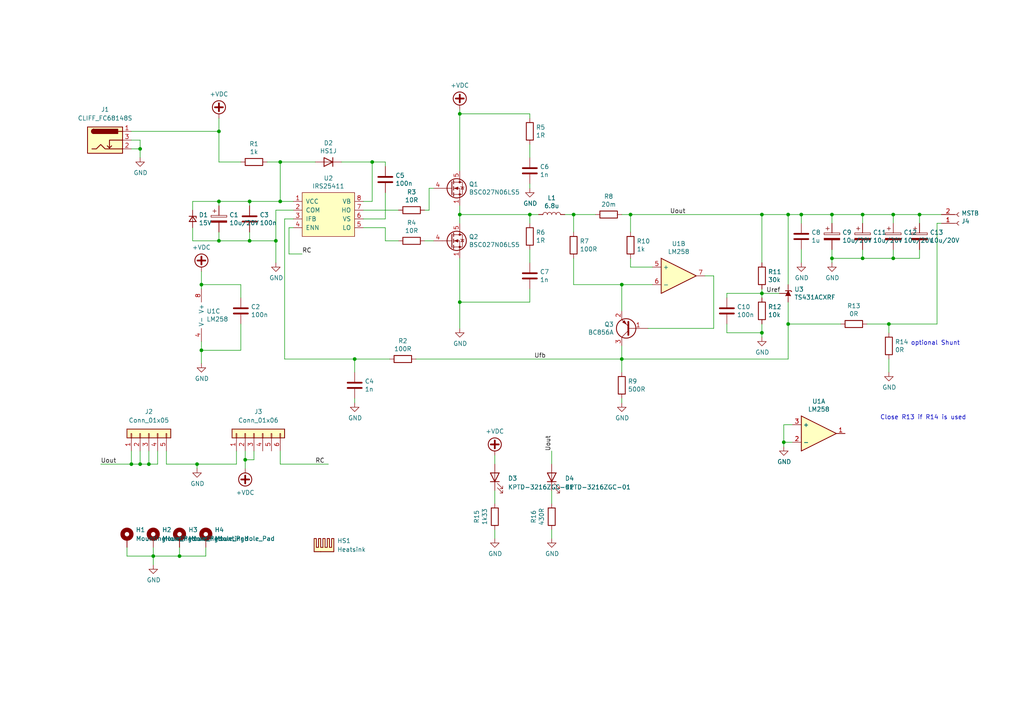
<source format=kicad_sch>
(kicad_sch (version 20211123) (generator eeschema)

  (uuid 36d783e7-096f-4c97-9672-7e08c083b87b)

  (paper "A4")

  (lib_symbols
    (symbol "Component_lib_PSS:IRS25411" (pin_names (offset 1.016)) (in_bom yes) (on_board yes)
      (property "Reference" "U" (id 0) (at -6.35 -16.51 0)
        (effects (font (size 1.27 1.27)))
      )
      (property "Value" "Component_lib_PSS_IRS25411" (id 1) (at -2.54 -1.27 0)
        (effects (font (size 1.27 1.27)))
      )
      (property "Footprint" "" (id 2) (at -6.35 -16.51 0)
        (effects (font (size 1.27 1.27)) hide)
      )
      (property "Datasheet" "" (id 3) (at -6.35 -16.51 0)
        (effects (font (size 1.27 1.27)) hide)
      )
      (symbol "IRS25411_0_1"
        (rectangle (start -7.62 -2.54) (end 7.62 -15.24)
          (stroke (width 0) (type default) (color 0 0 0 0))
          (fill (type background))
        )
      )
      (symbol "IRS25411_1_1"
        (pin input line (at -10.16 -5.08 0) (length 2.54)
          (name "VCC" (effects (font (size 1.27 1.27))))
          (number "1" (effects (font (size 1.27 1.27))))
        )
        (pin input line (at -10.16 -7.62 0) (length 2.54)
          (name "COM" (effects (font (size 1.27 1.27))))
          (number "2" (effects (font (size 1.27 1.27))))
        )
        (pin input line (at -10.16 -10.16 0) (length 2.54)
          (name "IFB" (effects (font (size 1.27 1.27))))
          (number "3" (effects (font (size 1.27 1.27))))
        )
        (pin input line (at -10.16 -12.7 0) (length 2.54)
          (name "ENN" (effects (font (size 1.27 1.27))))
          (number "4" (effects (font (size 1.27 1.27))))
        )
        (pin input line (at 10.16 -12.7 180) (length 2.54)
          (name "LO" (effects (font (size 1.27 1.27))))
          (number "5" (effects (font (size 1.27 1.27))))
        )
        (pin input line (at 10.16 -10.16 180) (length 2.54)
          (name "VS" (effects (font (size 1.27 1.27))))
          (number "6" (effects (font (size 1.27 1.27))))
        )
        (pin input line (at 10.16 -7.62 180) (length 2.54)
          (name "HO" (effects (font (size 1.27 1.27))))
          (number "7" (effects (font (size 1.27 1.27))))
        )
        (pin input line (at 10.16 -5.08 180) (length 2.54)
          (name "VB" (effects (font (size 1.27 1.27))))
          (number "8" (effects (font (size 1.27 1.27))))
        )
      )
    )
    (symbol "Connector:Barrel_Jack_Switch" (pin_names hide) (in_bom yes) (on_board yes)
      (property "Reference" "J" (id 0) (at 0 5.334 0)
        (effects (font (size 1.27 1.27)))
      )
      (property "Value" "Barrel_Jack_Switch" (id 1) (at 0 -5.08 0)
        (effects (font (size 1.27 1.27)))
      )
      (property "Footprint" "" (id 2) (at 1.27 -1.016 0)
        (effects (font (size 1.27 1.27)) hide)
      )
      (property "Datasheet" "~" (id 3) (at 1.27 -1.016 0)
        (effects (font (size 1.27 1.27)) hide)
      )
      (property "ki_keywords" "DC power barrel jack connector" (id 4) (at 0 0 0)
        (effects (font (size 1.27 1.27)) hide)
      )
      (property "ki_description" "DC Barrel Jack with an internal switch" (id 5) (at 0 0 0)
        (effects (font (size 1.27 1.27)) hide)
      )
      (property "ki_fp_filters" "BarrelJack*" (id 6) (at 0 0 0)
        (effects (font (size 1.27 1.27)) hide)
      )
      (symbol "Barrel_Jack_Switch_0_1"
        (rectangle (start -5.08 3.81) (end 5.08 -3.81)
          (stroke (width 0.254) (type default) (color 0 0 0 0))
          (fill (type background))
        )
        (arc (start -3.302 3.175) (mid -3.937 2.54) (end -3.302 1.905)
          (stroke (width 0.254) (type default) (color 0 0 0 0))
          (fill (type none))
        )
        (arc (start -3.302 3.175) (mid -3.937 2.54) (end -3.302 1.905)
          (stroke (width 0.254) (type default) (color 0 0 0 0))
          (fill (type outline))
        )
        (polyline
          (pts
            (xy 1.27 -2.286)
            (xy 1.905 -1.651)
          )
          (stroke (width 0.254) (type default) (color 0 0 0 0))
          (fill (type none))
        )
        (polyline
          (pts
            (xy 5.08 2.54)
            (xy 3.81 2.54)
          )
          (stroke (width 0.254) (type default) (color 0 0 0 0))
          (fill (type none))
        )
        (polyline
          (pts
            (xy 5.08 0)
            (xy 1.27 0)
            (xy 1.27 -2.286)
            (xy 0.635 -1.651)
          )
          (stroke (width 0.254) (type default) (color 0 0 0 0))
          (fill (type none))
        )
        (polyline
          (pts
            (xy -3.81 -2.54)
            (xy -2.54 -2.54)
            (xy -1.27 -1.27)
            (xy 0 -2.54)
            (xy 2.54 -2.54)
            (xy 5.08 -2.54)
          )
          (stroke (width 0.254) (type default) (color 0 0 0 0))
          (fill (type none))
        )
        (rectangle (start 3.683 3.175) (end -3.302 1.905)
          (stroke (width 0.254) (type default) (color 0 0 0 0))
          (fill (type outline))
        )
      )
      (symbol "Barrel_Jack_Switch_1_1"
        (pin passive line (at 7.62 2.54 180) (length 2.54)
          (name "~" (effects (font (size 1.27 1.27))))
          (number "1" (effects (font (size 1.27 1.27))))
        )
        (pin passive line (at 7.62 -2.54 180) (length 2.54)
          (name "~" (effects (font (size 1.27 1.27))))
          (number "2" (effects (font (size 1.27 1.27))))
        )
        (pin passive line (at 7.62 0 180) (length 2.54)
          (name "~" (effects (font (size 1.27 1.27))))
          (number "3" (effects (font (size 1.27 1.27))))
        )
      )
    )
    (symbol "Connector:Conn_01x02_Female" (pin_names (offset 1.016) hide) (in_bom yes) (on_board yes)
      (property "Reference" "J" (id 0) (at 0 2.54 0)
        (effects (font (size 1.27 1.27)))
      )
      (property "Value" "Conn_01x02_Female" (id 1) (at 0 -5.08 0)
        (effects (font (size 1.27 1.27)))
      )
      (property "Footprint" "" (id 2) (at 0 0 0)
        (effects (font (size 1.27 1.27)) hide)
      )
      (property "Datasheet" "~" (id 3) (at 0 0 0)
        (effects (font (size 1.27 1.27)) hide)
      )
      (property "ki_keywords" "connector" (id 4) (at 0 0 0)
        (effects (font (size 1.27 1.27)) hide)
      )
      (property "ki_description" "Generic connector, single row, 01x02, script generated (kicad-library-utils/schlib/autogen/connector/)" (id 5) (at 0 0 0)
        (effects (font (size 1.27 1.27)) hide)
      )
      (property "ki_fp_filters" "Connector*:*_1x??_*" (id 6) (at 0 0 0)
        (effects (font (size 1.27 1.27)) hide)
      )
      (symbol "Conn_01x02_Female_1_1"
        (arc (start 0 -2.032) (mid -0.508 -2.54) (end 0 -3.048)
          (stroke (width 0.1524) (type default) (color 0 0 0 0))
          (fill (type none))
        )
        (polyline
          (pts
            (xy -1.27 -2.54)
            (xy -0.508 -2.54)
          )
          (stroke (width 0.1524) (type default) (color 0 0 0 0))
          (fill (type none))
        )
        (polyline
          (pts
            (xy -1.27 0)
            (xy -0.508 0)
          )
          (stroke (width 0.1524) (type default) (color 0 0 0 0))
          (fill (type none))
        )
        (arc (start 0 0.508) (mid -0.508 0) (end 0 -0.508)
          (stroke (width 0.1524) (type default) (color 0 0 0 0))
          (fill (type none))
        )
        (pin passive line (at -5.08 0 0) (length 3.81)
          (name "Pin_1" (effects (font (size 1.27 1.27))))
          (number "1" (effects (font (size 1.27 1.27))))
        )
        (pin passive line (at -5.08 -2.54 0) (length 3.81)
          (name "Pin_2" (effects (font (size 1.27 1.27))))
          (number "2" (effects (font (size 1.27 1.27))))
        )
      )
    )
    (symbol "Connector_Generic:Conn_01x05" (pin_names (offset 1.016) hide) (in_bom yes) (on_board yes)
      (property "Reference" "J" (id 0) (at 0 7.62 0)
        (effects (font (size 1.27 1.27)))
      )
      (property "Value" "Conn_01x05" (id 1) (at 0 -7.62 0)
        (effects (font (size 1.27 1.27)))
      )
      (property "Footprint" "" (id 2) (at 0 0 0)
        (effects (font (size 1.27 1.27)) hide)
      )
      (property "Datasheet" "~" (id 3) (at 0 0 0)
        (effects (font (size 1.27 1.27)) hide)
      )
      (property "ki_keywords" "connector" (id 4) (at 0 0 0)
        (effects (font (size 1.27 1.27)) hide)
      )
      (property "ki_description" "Generic connector, single row, 01x05, script generated (kicad-library-utils/schlib/autogen/connector/)" (id 5) (at 0 0 0)
        (effects (font (size 1.27 1.27)) hide)
      )
      (property "ki_fp_filters" "Connector*:*_1x??_*" (id 6) (at 0 0 0)
        (effects (font (size 1.27 1.27)) hide)
      )
      (symbol "Conn_01x05_1_1"
        (rectangle (start -1.27 -4.953) (end 0 -5.207)
          (stroke (width 0.1524) (type default) (color 0 0 0 0))
          (fill (type none))
        )
        (rectangle (start -1.27 -2.413) (end 0 -2.667)
          (stroke (width 0.1524) (type default) (color 0 0 0 0))
          (fill (type none))
        )
        (rectangle (start -1.27 0.127) (end 0 -0.127)
          (stroke (width 0.1524) (type default) (color 0 0 0 0))
          (fill (type none))
        )
        (rectangle (start -1.27 2.667) (end 0 2.413)
          (stroke (width 0.1524) (type default) (color 0 0 0 0))
          (fill (type none))
        )
        (rectangle (start -1.27 5.207) (end 0 4.953)
          (stroke (width 0.1524) (type default) (color 0 0 0 0))
          (fill (type none))
        )
        (rectangle (start -1.27 6.35) (end 1.27 -6.35)
          (stroke (width 0.254) (type default) (color 0 0 0 0))
          (fill (type background))
        )
        (pin passive line (at -5.08 5.08 0) (length 3.81)
          (name "Pin_1" (effects (font (size 1.27 1.27))))
          (number "1" (effects (font (size 1.27 1.27))))
        )
        (pin passive line (at -5.08 2.54 0) (length 3.81)
          (name "Pin_2" (effects (font (size 1.27 1.27))))
          (number "2" (effects (font (size 1.27 1.27))))
        )
        (pin passive line (at -5.08 0 0) (length 3.81)
          (name "Pin_3" (effects (font (size 1.27 1.27))))
          (number "3" (effects (font (size 1.27 1.27))))
        )
        (pin passive line (at -5.08 -2.54 0) (length 3.81)
          (name "Pin_4" (effects (font (size 1.27 1.27))))
          (number "4" (effects (font (size 1.27 1.27))))
        )
        (pin passive line (at -5.08 -5.08 0) (length 3.81)
          (name "Pin_5" (effects (font (size 1.27 1.27))))
          (number "5" (effects (font (size 1.27 1.27))))
        )
      )
    )
    (symbol "Connector_Generic:Conn_01x06" (pin_names (offset 1.016) hide) (in_bom yes) (on_board yes)
      (property "Reference" "J" (id 0) (at 0 7.62 0)
        (effects (font (size 1.27 1.27)))
      )
      (property "Value" "Conn_01x06" (id 1) (at 0 -10.16 0)
        (effects (font (size 1.27 1.27)))
      )
      (property "Footprint" "" (id 2) (at 0 0 0)
        (effects (font (size 1.27 1.27)) hide)
      )
      (property "Datasheet" "~" (id 3) (at 0 0 0)
        (effects (font (size 1.27 1.27)) hide)
      )
      (property "ki_keywords" "connector" (id 4) (at 0 0 0)
        (effects (font (size 1.27 1.27)) hide)
      )
      (property "ki_description" "Generic connector, single row, 01x06, script generated (kicad-library-utils/schlib/autogen/connector/)" (id 5) (at 0 0 0)
        (effects (font (size 1.27 1.27)) hide)
      )
      (property "ki_fp_filters" "Connector*:*_1x??_*" (id 6) (at 0 0 0)
        (effects (font (size 1.27 1.27)) hide)
      )
      (symbol "Conn_01x06_1_1"
        (rectangle (start -1.27 -7.493) (end 0 -7.747)
          (stroke (width 0.1524) (type default) (color 0 0 0 0))
          (fill (type none))
        )
        (rectangle (start -1.27 -4.953) (end 0 -5.207)
          (stroke (width 0.1524) (type default) (color 0 0 0 0))
          (fill (type none))
        )
        (rectangle (start -1.27 -2.413) (end 0 -2.667)
          (stroke (width 0.1524) (type default) (color 0 0 0 0))
          (fill (type none))
        )
        (rectangle (start -1.27 0.127) (end 0 -0.127)
          (stroke (width 0.1524) (type default) (color 0 0 0 0))
          (fill (type none))
        )
        (rectangle (start -1.27 2.667) (end 0 2.413)
          (stroke (width 0.1524) (type default) (color 0 0 0 0))
          (fill (type none))
        )
        (rectangle (start -1.27 5.207) (end 0 4.953)
          (stroke (width 0.1524) (type default) (color 0 0 0 0))
          (fill (type none))
        )
        (rectangle (start -1.27 6.35) (end 1.27 -8.89)
          (stroke (width 0.254) (type default) (color 0 0 0 0))
          (fill (type background))
        )
        (pin passive line (at -5.08 5.08 0) (length 3.81)
          (name "Pin_1" (effects (font (size 1.27 1.27))))
          (number "1" (effects (font (size 1.27 1.27))))
        )
        (pin passive line (at -5.08 2.54 0) (length 3.81)
          (name "Pin_2" (effects (font (size 1.27 1.27))))
          (number "2" (effects (font (size 1.27 1.27))))
        )
        (pin passive line (at -5.08 0 0) (length 3.81)
          (name "Pin_3" (effects (font (size 1.27 1.27))))
          (number "3" (effects (font (size 1.27 1.27))))
        )
        (pin passive line (at -5.08 -2.54 0) (length 3.81)
          (name "Pin_4" (effects (font (size 1.27 1.27))))
          (number "4" (effects (font (size 1.27 1.27))))
        )
        (pin passive line (at -5.08 -5.08 0) (length 3.81)
          (name "Pin_5" (effects (font (size 1.27 1.27))))
          (number "5" (effects (font (size 1.27 1.27))))
        )
        (pin passive line (at -5.08 -7.62 0) (length 3.81)
          (name "Pin_6" (effects (font (size 1.27 1.27))))
          (number "6" (effects (font (size 1.27 1.27))))
        )
      )
    )
    (symbol "Device:C" (pin_numbers hide) (pin_names (offset 0.254)) (in_bom yes) (on_board yes)
      (property "Reference" "C" (id 0) (at 0.635 2.54 0)
        (effects (font (size 1.27 1.27)) (justify left))
      )
      (property "Value" "C" (id 1) (at 0.635 -2.54 0)
        (effects (font (size 1.27 1.27)) (justify left))
      )
      (property "Footprint" "" (id 2) (at 0.9652 -3.81 0)
        (effects (font (size 1.27 1.27)) hide)
      )
      (property "Datasheet" "~" (id 3) (at 0 0 0)
        (effects (font (size 1.27 1.27)) hide)
      )
      (property "ki_keywords" "cap capacitor" (id 4) (at 0 0 0)
        (effects (font (size 1.27 1.27)) hide)
      )
      (property "ki_description" "Unpolarized capacitor" (id 5) (at 0 0 0)
        (effects (font (size 1.27 1.27)) hide)
      )
      (property "ki_fp_filters" "C_*" (id 6) (at 0 0 0)
        (effects (font (size 1.27 1.27)) hide)
      )
      (symbol "C_0_1"
        (polyline
          (pts
            (xy -2.032 -0.762)
            (xy 2.032 -0.762)
          )
          (stroke (width 0.508) (type default) (color 0 0 0 0))
          (fill (type none))
        )
        (polyline
          (pts
            (xy -2.032 0.762)
            (xy 2.032 0.762)
          )
          (stroke (width 0.508) (type default) (color 0 0 0 0))
          (fill (type none))
        )
      )
      (symbol "C_1_1"
        (pin passive line (at 0 3.81 270) (length 2.794)
          (name "~" (effects (font (size 1.27 1.27))))
          (number "1" (effects (font (size 1.27 1.27))))
        )
        (pin passive line (at 0 -3.81 90) (length 2.794)
          (name "~" (effects (font (size 1.27 1.27))))
          (number "2" (effects (font (size 1.27 1.27))))
        )
      )
    )
    (symbol "Device:CP" (pin_numbers hide) (pin_names (offset 0.254)) (in_bom yes) (on_board yes)
      (property "Reference" "C" (id 0) (at 0.635 2.54 0)
        (effects (font (size 1.27 1.27)) (justify left))
      )
      (property "Value" "Device_CP" (id 1) (at 0.635 -2.54 0)
        (effects (font (size 1.27 1.27)) (justify left))
      )
      (property "Footprint" "" (id 2) (at 0.9652 -3.81 0)
        (effects (font (size 1.27 1.27)) hide)
      )
      (property "Datasheet" "" (id 3) (at 0 0 0)
        (effects (font (size 1.27 1.27)) hide)
      )
      (property "ki_fp_filters" "CP_*" (id 4) (at 0 0 0)
        (effects (font (size 1.27 1.27)) hide)
      )
      (symbol "CP_0_1"
        (rectangle (start -2.286 0.508) (end 2.286 1.016)
          (stroke (width 0) (type default) (color 0 0 0 0))
          (fill (type none))
        )
        (polyline
          (pts
            (xy -1.778 2.286)
            (xy -0.762 2.286)
          )
          (stroke (width 0) (type default) (color 0 0 0 0))
          (fill (type none))
        )
        (polyline
          (pts
            (xy -1.27 2.794)
            (xy -1.27 1.778)
          )
          (stroke (width 0) (type default) (color 0 0 0 0))
          (fill (type none))
        )
        (rectangle (start 2.286 -0.508) (end -2.286 -1.016)
          (stroke (width 0) (type default) (color 0 0 0 0))
          (fill (type outline))
        )
      )
      (symbol "CP_1_1"
        (pin passive line (at 0 3.81 270) (length 2.794)
          (name "~" (effects (font (size 1.27 1.27))))
          (number "1" (effects (font (size 1.27 1.27))))
        )
        (pin passive line (at 0 -3.81 90) (length 2.794)
          (name "~" (effects (font (size 1.27 1.27))))
          (number "2" (effects (font (size 1.27 1.27))))
        )
      )
    )
    (symbol "Device:D" (pin_numbers hide) (pin_names (offset 1.016) hide) (in_bom yes) (on_board yes)
      (property "Reference" "D" (id 0) (at 0 2.54 0)
        (effects (font (size 1.27 1.27)))
      )
      (property "Value" "D" (id 1) (at 0 -2.54 0)
        (effects (font (size 1.27 1.27)))
      )
      (property "Footprint" "" (id 2) (at 0 0 0)
        (effects (font (size 1.27 1.27)) hide)
      )
      (property "Datasheet" "~" (id 3) (at 0 0 0)
        (effects (font (size 1.27 1.27)) hide)
      )
      (property "ki_keywords" "diode" (id 4) (at 0 0 0)
        (effects (font (size 1.27 1.27)) hide)
      )
      (property "ki_description" "Diode" (id 5) (at 0 0 0)
        (effects (font (size 1.27 1.27)) hide)
      )
      (property "ki_fp_filters" "TO-???* *_Diode_* *SingleDiode* D_*" (id 6) (at 0 0 0)
        (effects (font (size 1.27 1.27)) hide)
      )
      (symbol "D_0_1"
        (polyline
          (pts
            (xy -1.27 1.27)
            (xy -1.27 -1.27)
          )
          (stroke (width 0.254) (type default) (color 0 0 0 0))
          (fill (type none))
        )
        (polyline
          (pts
            (xy 1.27 0)
            (xy -1.27 0)
          )
          (stroke (width 0) (type default) (color 0 0 0 0))
          (fill (type none))
        )
        (polyline
          (pts
            (xy 1.27 1.27)
            (xy 1.27 -1.27)
            (xy -1.27 0)
            (xy 1.27 1.27)
          )
          (stroke (width 0.254) (type default) (color 0 0 0 0))
          (fill (type none))
        )
      )
      (symbol "D_1_1"
        (pin passive line (at -3.81 0 0) (length 2.54)
          (name "K" (effects (font (size 1.27 1.27))))
          (number "1" (effects (font (size 1.27 1.27))))
        )
        (pin passive line (at 3.81 0 180) (length 2.54)
          (name "A" (effects (font (size 1.27 1.27))))
          (number "2" (effects (font (size 1.27 1.27))))
        )
      )
    )
    (symbol "Device:D_Zener_Small" (pin_numbers hide) (pin_names (offset 0.254) hide) (in_bom yes) (on_board yes)
      (property "Reference" "D" (id 0) (at 0 2.286 0)
        (effects (font (size 1.27 1.27)))
      )
      (property "Value" "D_Zener_Small" (id 1) (at 0 -2.286 0)
        (effects (font (size 1.27 1.27)))
      )
      (property "Footprint" "" (id 2) (at 0 0 90)
        (effects (font (size 1.27 1.27)) hide)
      )
      (property "Datasheet" "~" (id 3) (at 0 0 90)
        (effects (font (size 1.27 1.27)) hide)
      )
      (property "ki_keywords" "diode" (id 4) (at 0 0 0)
        (effects (font (size 1.27 1.27)) hide)
      )
      (property "ki_description" "Zener diode, small symbol" (id 5) (at 0 0 0)
        (effects (font (size 1.27 1.27)) hide)
      )
      (property "ki_fp_filters" "TO-???* *_Diode_* *SingleDiode* D_*" (id 6) (at 0 0 0)
        (effects (font (size 1.27 1.27)) hide)
      )
      (symbol "D_Zener_Small_0_1"
        (polyline
          (pts
            (xy 0.762 0)
            (xy -0.762 0)
          )
          (stroke (width 0) (type default) (color 0 0 0 0))
          (fill (type none))
        )
        (polyline
          (pts
            (xy -0.254 1.016)
            (xy -0.762 1.016)
            (xy -0.762 -1.016)
          )
          (stroke (width 0.254) (type default) (color 0 0 0 0))
          (fill (type none))
        )
        (polyline
          (pts
            (xy 0.762 1.016)
            (xy -0.762 0)
            (xy 0.762 -1.016)
            (xy 0.762 1.016)
          )
          (stroke (width 0.254) (type default) (color 0 0 0 0))
          (fill (type none))
        )
      )
      (symbol "D_Zener_Small_1_1"
        (pin passive line (at -2.54 0 0) (length 1.778)
          (name "K" (effects (font (size 1.27 1.27))))
          (number "1" (effects (font (size 1.27 1.27))))
        )
        (pin passive line (at 2.54 0 180) (length 1.778)
          (name "A" (effects (font (size 1.27 1.27))))
          (number "2" (effects (font (size 1.27 1.27))))
        )
      )
    )
    (symbol "Device:L" (pin_numbers hide) (pin_names (offset 1.016) hide) (in_bom yes) (on_board yes)
      (property "Reference" "L" (id 0) (at -1.27 0 90)
        (effects (font (size 1.27 1.27)))
      )
      (property "Value" "L" (id 1) (at 1.905 0 90)
        (effects (font (size 1.27 1.27)))
      )
      (property "Footprint" "" (id 2) (at 0 0 0)
        (effects (font (size 1.27 1.27)) hide)
      )
      (property "Datasheet" "~" (id 3) (at 0 0 0)
        (effects (font (size 1.27 1.27)) hide)
      )
      (property "ki_keywords" "inductor choke coil reactor magnetic" (id 4) (at 0 0 0)
        (effects (font (size 1.27 1.27)) hide)
      )
      (property "ki_description" "Inductor" (id 5) (at 0 0 0)
        (effects (font (size 1.27 1.27)) hide)
      )
      (property "ki_fp_filters" "Choke_* *Coil* Inductor_* L_*" (id 6) (at 0 0 0)
        (effects (font (size 1.27 1.27)) hide)
      )
      (symbol "L_0_1"
        (arc (start 0 -2.54) (mid 0.635 -1.905) (end 0 -1.27)
          (stroke (width 0) (type default) (color 0 0 0 0))
          (fill (type none))
        )
        (arc (start 0 -1.27) (mid 0.635 -0.635) (end 0 0)
          (stroke (width 0) (type default) (color 0 0 0 0))
          (fill (type none))
        )
        (arc (start 0 0) (mid 0.635 0.635) (end 0 1.27)
          (stroke (width 0) (type default) (color 0 0 0 0))
          (fill (type none))
        )
        (arc (start 0 1.27) (mid 0.635 1.905) (end 0 2.54)
          (stroke (width 0) (type default) (color 0 0 0 0))
          (fill (type none))
        )
      )
      (symbol "L_1_1"
        (pin passive line (at 0 3.81 270) (length 1.27)
          (name "1" (effects (font (size 1.27 1.27))))
          (number "1" (effects (font (size 1.27 1.27))))
        )
        (pin passive line (at 0 -3.81 90) (length 1.27)
          (name "2" (effects (font (size 1.27 1.27))))
          (number "2" (effects (font (size 1.27 1.27))))
        )
      )
    )
    (symbol "Device:LED" (pin_numbers hide) (pin_names (offset 1.016) hide) (in_bom yes) (on_board yes)
      (property "Reference" "D" (id 0) (at 0 2.54 0)
        (effects (font (size 1.27 1.27)))
      )
      (property "Value" "LED" (id 1) (at 0 -2.54 0)
        (effects (font (size 1.27 1.27)))
      )
      (property "Footprint" "" (id 2) (at 0 0 0)
        (effects (font (size 1.27 1.27)) hide)
      )
      (property "Datasheet" "~" (id 3) (at 0 0 0)
        (effects (font (size 1.27 1.27)) hide)
      )
      (property "ki_keywords" "LED diode" (id 4) (at 0 0 0)
        (effects (font (size 1.27 1.27)) hide)
      )
      (property "ki_description" "Light emitting diode" (id 5) (at 0 0 0)
        (effects (font (size 1.27 1.27)) hide)
      )
      (property "ki_fp_filters" "LED* LED_SMD:* LED_THT:*" (id 6) (at 0 0 0)
        (effects (font (size 1.27 1.27)) hide)
      )
      (symbol "LED_0_1"
        (polyline
          (pts
            (xy -1.27 -1.27)
            (xy -1.27 1.27)
          )
          (stroke (width 0.254) (type default) (color 0 0 0 0))
          (fill (type none))
        )
        (polyline
          (pts
            (xy -1.27 0)
            (xy 1.27 0)
          )
          (stroke (width 0) (type default) (color 0 0 0 0))
          (fill (type none))
        )
        (polyline
          (pts
            (xy 1.27 -1.27)
            (xy 1.27 1.27)
            (xy -1.27 0)
            (xy 1.27 -1.27)
          )
          (stroke (width 0.254) (type default) (color 0 0 0 0))
          (fill (type none))
        )
        (polyline
          (pts
            (xy -3.048 -0.762)
            (xy -4.572 -2.286)
            (xy -3.81 -2.286)
            (xy -4.572 -2.286)
            (xy -4.572 -1.524)
          )
          (stroke (width 0) (type default) (color 0 0 0 0))
          (fill (type none))
        )
        (polyline
          (pts
            (xy -1.778 -0.762)
            (xy -3.302 -2.286)
            (xy -2.54 -2.286)
            (xy -3.302 -2.286)
            (xy -3.302 -1.524)
          )
          (stroke (width 0) (type default) (color 0 0 0 0))
          (fill (type none))
        )
      )
      (symbol "LED_1_1"
        (pin passive line (at -3.81 0 0) (length 2.54)
          (name "K" (effects (font (size 1.27 1.27))))
          (number "1" (effects (font (size 1.27 1.27))))
        )
        (pin passive line (at 3.81 0 180) (length 2.54)
          (name "A" (effects (font (size 1.27 1.27))))
          (number "2" (effects (font (size 1.27 1.27))))
        )
      )
    )
    (symbol "Device:Opamp_Dual_Generic" (in_bom yes) (on_board yes)
      (property "Reference" "U" (id 0) (at 0 5.08 0)
        (effects (font (size 1.27 1.27)) (justify left))
      )
      (property "Value" "Device_Opamp_Dual_Generic" (id 1) (at 0 -5.08 0)
        (effects (font (size 1.27 1.27)) (justify left))
      )
      (property "Footprint" "" (id 2) (at 0 0 0)
        (effects (font (size 1.27 1.27)) hide)
      )
      (property "Datasheet" "" (id 3) (at 0 0 0)
        (effects (font (size 1.27 1.27)) hide)
      )
      (property "ki_locked" "" (id 4) (at 0 0 0)
        (effects (font (size 1.27 1.27)))
      )
      (property "ki_fp_filters" "SOIC*3.9x4.9mm*P1.27mm* DIP*W7.62mm* MSOP*3x3mm*P0.65mm* SSOP*2.95x2.8mm*P0.65mm* TSSOP*3x3mm*P0.65mm* VSSOP*P0.5mm* TO?99*" (id 5) (at 0 0 0)
        (effects (font (size 1.27 1.27)) hide)
      )
      (symbol "Opamp_Dual_Generic_1_1"
        (polyline
          (pts
            (xy -5.08 5.08)
            (xy 5.08 0)
            (xy -5.08 -5.08)
            (xy -5.08 5.08)
          )
          (stroke (width 0.254) (type default) (color 0 0 0 0))
          (fill (type background))
        )
        (pin output line (at 7.62 0 180) (length 2.54)
          (name "~" (effects (font (size 1.27 1.27))))
          (number "1" (effects (font (size 1.27 1.27))))
        )
        (pin input line (at -7.62 -2.54 0) (length 2.54)
          (name "-" (effects (font (size 1.27 1.27))))
          (number "2" (effects (font (size 1.27 1.27))))
        )
        (pin input line (at -7.62 2.54 0) (length 2.54)
          (name "+" (effects (font (size 1.27 1.27))))
          (number "3" (effects (font (size 1.27 1.27))))
        )
      )
      (symbol "Opamp_Dual_Generic_2_1"
        (polyline
          (pts
            (xy -5.08 5.08)
            (xy 5.08 0)
            (xy -5.08 -5.08)
            (xy -5.08 5.08)
          )
          (stroke (width 0.254) (type default) (color 0 0 0 0))
          (fill (type background))
        )
        (pin input line (at -7.62 2.54 0) (length 2.54)
          (name "+" (effects (font (size 1.27 1.27))))
          (number "5" (effects (font (size 1.27 1.27))))
        )
        (pin input line (at -7.62 -2.54 0) (length 2.54)
          (name "-" (effects (font (size 1.27 1.27))))
          (number "6" (effects (font (size 1.27 1.27))))
        )
        (pin output line (at 7.62 0 180) (length 2.54)
          (name "~" (effects (font (size 1.27 1.27))))
          (number "7" (effects (font (size 1.27 1.27))))
        )
      )
      (symbol "Opamp_Dual_Generic_3_1"
        (pin power_in line (at -2.54 -7.62 90) (length 3.81)
          (name "V-" (effects (font (size 1.27 1.27))))
          (number "4" (effects (font (size 1.27 1.27))))
        )
        (pin power_in line (at -2.54 7.62 270) (length 3.81)
          (name "V+" (effects (font (size 1.27 1.27))))
          (number "8" (effects (font (size 1.27 1.27))))
        )
      )
    )
    (symbol "Device:Q_PNP_BEC" (pin_names (offset 0) hide) (in_bom yes) (on_board yes)
      (property "Reference" "Q" (id 0) (at 5.08 1.27 0)
        (effects (font (size 1.27 1.27)) (justify left))
      )
      (property "Value" "Q_PNP_BEC" (id 1) (at 5.08 -1.27 0)
        (effects (font (size 1.27 1.27)) (justify left))
      )
      (property "Footprint" "" (id 2) (at 5.08 2.54 0)
        (effects (font (size 1.27 1.27)) hide)
      )
      (property "Datasheet" "~" (id 3) (at 0 0 0)
        (effects (font (size 1.27 1.27)) hide)
      )
      (property "ki_keywords" "transistor PNP" (id 4) (at 0 0 0)
        (effects (font (size 1.27 1.27)) hide)
      )
      (property "ki_description" "PNP transistor, base/emitter/collector" (id 5) (at 0 0 0)
        (effects (font (size 1.27 1.27)) hide)
      )
      (symbol "Q_PNP_BEC_0_1"
        (polyline
          (pts
            (xy 0.635 0.635)
            (xy 2.54 2.54)
          )
          (stroke (width 0) (type default) (color 0 0 0 0))
          (fill (type none))
        )
        (polyline
          (pts
            (xy 0.635 -0.635)
            (xy 2.54 -2.54)
            (xy 2.54 -2.54)
          )
          (stroke (width 0) (type default) (color 0 0 0 0))
          (fill (type none))
        )
        (polyline
          (pts
            (xy 0.635 1.905)
            (xy 0.635 -1.905)
            (xy 0.635 -1.905)
          )
          (stroke (width 0.508) (type default) (color 0 0 0 0))
          (fill (type none))
        )
        (polyline
          (pts
            (xy 2.286 -1.778)
            (xy 1.778 -2.286)
            (xy 1.27 -1.27)
            (xy 2.286 -1.778)
            (xy 2.286 -1.778)
          )
          (stroke (width 0) (type default) (color 0 0 0 0))
          (fill (type outline))
        )
        (circle (center 1.27 0) (radius 2.8194)
          (stroke (width 0.254) (type default) (color 0 0 0 0))
          (fill (type none))
        )
      )
      (symbol "Q_PNP_BEC_1_1"
        (pin input line (at -5.08 0 0) (length 5.715)
          (name "B" (effects (font (size 1.27 1.27))))
          (number "1" (effects (font (size 1.27 1.27))))
        )
        (pin passive line (at 2.54 -5.08 90) (length 2.54)
          (name "E" (effects (font (size 1.27 1.27))))
          (number "2" (effects (font (size 1.27 1.27))))
        )
        (pin passive line (at 2.54 5.08 270) (length 2.54)
          (name "C" (effects (font (size 1.27 1.27))))
          (number "3" (effects (font (size 1.27 1.27))))
        )
      )
    )
    (symbol "Device:R" (pin_numbers hide) (pin_names (offset 0)) (in_bom yes) (on_board yes)
      (property "Reference" "R" (id 0) (at 2.032 0 90)
        (effects (font (size 1.27 1.27)))
      )
      (property "Value" "R" (id 1) (at 0 0 90)
        (effects (font (size 1.27 1.27)))
      )
      (property "Footprint" "" (id 2) (at -1.778 0 90)
        (effects (font (size 1.27 1.27)) hide)
      )
      (property "Datasheet" "~" (id 3) (at 0 0 0)
        (effects (font (size 1.27 1.27)) hide)
      )
      (property "ki_keywords" "R res resistor" (id 4) (at 0 0 0)
        (effects (font (size 1.27 1.27)) hide)
      )
      (property "ki_description" "Resistor" (id 5) (at 0 0 0)
        (effects (font (size 1.27 1.27)) hide)
      )
      (property "ki_fp_filters" "R_*" (id 6) (at 0 0 0)
        (effects (font (size 1.27 1.27)) hide)
      )
      (symbol "R_0_1"
        (rectangle (start -1.016 -2.54) (end 1.016 2.54)
          (stroke (width 0.254) (type default) (color 0 0 0 0))
          (fill (type none))
        )
      )
      (symbol "R_1_1"
        (pin passive line (at 0 3.81 270) (length 1.27)
          (name "~" (effects (font (size 1.27 1.27))))
          (number "1" (effects (font (size 1.27 1.27))))
        )
        (pin passive line (at 0 -3.81 90) (length 1.27)
          (name "~" (effects (font (size 1.27 1.27))))
          (number "2" (effects (font (size 1.27 1.27))))
        )
      )
    )
    (symbol "Mechanical:Heatsink" (pin_names (offset 1.016)) (in_bom yes) (on_board yes)
      (property "Reference" "HS" (id 0) (at 0 5.08 0)
        (effects (font (size 1.27 1.27)))
      )
      (property "Value" "Heatsink" (id 1) (at 0 -1.27 0)
        (effects (font (size 1.27 1.27)))
      )
      (property "Footprint" "" (id 2) (at 0.3048 0 0)
        (effects (font (size 1.27 1.27)) hide)
      )
      (property "Datasheet" "~" (id 3) (at 0.3048 0 0)
        (effects (font (size 1.27 1.27)) hide)
      )
      (property "ki_keywords" "thermal heat temperature" (id 4) (at 0 0 0)
        (effects (font (size 1.27 1.27)) hide)
      )
      (property "ki_description" "Heatsink" (id 5) (at 0 0 0)
        (effects (font (size 1.27 1.27)) hide)
      )
      (property "ki_fp_filters" "Heatsink_*" (id 6) (at 0 0 0)
        (effects (font (size 1.27 1.27)) hide)
      )
      (symbol "Heatsink_0_1"
        (polyline
          (pts
            (xy -0.3302 1.27)
            (xy -0.9652 1.27)
            (xy -0.9652 3.81)
            (xy -1.6002 3.81)
            (xy -1.6002 1.27)
            (xy -2.2352 1.27)
            (xy -2.2352 3.81)
            (xy -2.8702 3.81)
            (xy -2.8702 0)
            (xy -0.9652 0)
          )
          (stroke (width 0.254) (type default) (color 0 0 0 0))
          (fill (type background))
        )
        (polyline
          (pts
            (xy -0.3302 1.27)
            (xy -0.3302 3.81)
            (xy 0.3048 3.81)
            (xy 0.3048 1.27)
            (xy 0.9398 1.27)
            (xy 0.9398 3.81)
            (xy 1.5748 3.81)
            (xy 1.5748 1.27)
            (xy 2.2098 1.27)
            (xy 2.2098 3.81)
            (xy 2.8448 3.81)
            (xy 2.8448 0)
            (xy -0.9652 0)
          )
          (stroke (width 0.254) (type default) (color 0 0 0 0))
          (fill (type background))
        )
      )
    )
    (symbol "Mechanical:MountingHole_Pad" (pin_numbers hide) (pin_names (offset 1.016) hide) (in_bom yes) (on_board yes)
      (property "Reference" "H" (id 0) (at 0 6.35 0)
        (effects (font (size 1.27 1.27)))
      )
      (property "Value" "MountingHole_Pad" (id 1) (at 0 4.445 0)
        (effects (font (size 1.27 1.27)))
      )
      (property "Footprint" "" (id 2) (at 0 0 0)
        (effects (font (size 1.27 1.27)) hide)
      )
      (property "Datasheet" "~" (id 3) (at 0 0 0)
        (effects (font (size 1.27 1.27)) hide)
      )
      (property "ki_keywords" "mounting hole" (id 4) (at 0 0 0)
        (effects (font (size 1.27 1.27)) hide)
      )
      (property "ki_description" "Mounting Hole with connection" (id 5) (at 0 0 0)
        (effects (font (size 1.27 1.27)) hide)
      )
      (property "ki_fp_filters" "MountingHole*Pad*" (id 6) (at 0 0 0)
        (effects (font (size 1.27 1.27)) hide)
      )
      (symbol "MountingHole_Pad_0_1"
        (circle (center 0 1.27) (radius 1.27)
          (stroke (width 1.27) (type default) (color 0 0 0 0))
          (fill (type none))
        )
      )
      (symbol "MountingHole_Pad_1_1"
        (pin input line (at 0 -2.54 90) (length 2.54)
          (name "1" (effects (font (size 1.27 1.27))))
          (number "1" (effects (font (size 1.27 1.27))))
        )
      )
    )
    (symbol "Reference_Voltage:TL432DBZ" (pin_numbers hide) (pin_names hide) (in_bom yes) (on_board yes)
      (property "Reference" "U" (id 0) (at -2.54 2.54 0)
        (effects (font (size 1.27 1.27)))
      )
      (property "Value" "TL432DBZ" (id 1) (at 0 -2.54 0)
        (effects (font (size 1.27 1.27)))
      )
      (property "Footprint" "Package_TO_SOT_SMD:SOT-23" (id 2) (at 0 -3.81 0)
        (effects (font (size 1.27 1.27) italic) hide)
      )
      (property "Datasheet" "http://www.ti.com/lit/ds/symlink/tl431.pdf" (id 3) (at 0 0 0)
        (effects (font (size 1.27 1.27) italic) hide)
      )
      (property "ki_keywords" "diode device shunt regulator" (id 4) (at 0 0 0)
        (effects (font (size 1.27 1.27)) hide)
      )
      (property "ki_description" "Shunt Regulator, SOT-23" (id 5) (at 0 0 0)
        (effects (font (size 1.27 1.27)) hide)
      )
      (property "ki_fp_filters" "SOT?23*" (id 6) (at 0 0 0)
        (effects (font (size 1.27 1.27)) hide)
      )
      (symbol "TL432DBZ_0_1"
        (polyline
          (pts
            (xy -1.27 0)
            (xy 0 0)
            (xy 1.27 0)
          )
          (stroke (width 0) (type default) (color 0 0 0 0))
          (fill (type none))
        )
        (polyline
          (pts
            (xy -0.762 0.762)
            (xy 0.762 0)
            (xy -0.762 -0.762)
          )
          (stroke (width 0) (type default) (color 0 0 0 0))
          (fill (type outline))
        )
        (polyline
          (pts
            (xy 0.508 -1.016)
            (xy 0.762 -0.762)
            (xy 0.762 0.762)
            (xy 0.762 0.762)
          )
          (stroke (width 0.254) (type default) (color 0 0 0 0))
          (fill (type none))
        )
      )
      (symbol "TL432DBZ_1_1"
        (pin passive line (at 0 2.54 270) (length 2.54)
          (name "REF" (effects (font (size 1.27 1.27))))
          (number "1" (effects (font (size 1.27 1.27))))
        )
        (pin passive line (at 2.54 0 180) (length 1.27)
          (name "K" (effects (font (size 1.27 1.27))))
          (number "2" (effects (font (size 1.27 1.27))))
        )
        (pin passive line (at -2.54 0 0) (length 1.27)
          (name "A" (effects (font (size 1.27 1.27))))
          (number "3" (effects (font (size 1.27 1.27))))
        )
      )
    )
    (symbol "Transistor_FET:BSC028N06LS3" (pin_names hide) (in_bom yes) (on_board yes)
      (property "Reference" "Q" (id 0) (at 5.08 1.905 0)
        (effects (font (size 1.27 1.27)) (justify left))
      )
      (property "Value" "BSC028N06LS3" (id 1) (at 5.08 0 0)
        (effects (font (size 1.27 1.27)) (justify left))
      )
      (property "Footprint" "Package_TO_SOT_SMD:TDSON-8-1" (id 2) (at 5.08 -1.905 0)
        (effects (font (size 1.27 1.27) italic) (justify left) hide)
      )
      (property "Datasheet" "http://www.infineon.com/dgdl/Infineon-BSC028N06LS3-DS-v02_02-en.pdf?fileId=db3a30431ddc9372011ebafa4c607f8c" (id 3) (at 0 0 90)
        (effects (font (size 1.27 1.27)) (justify left) hide)
      )
      (property "ki_keywords" "OptiMOS Power MOSFET N-MOS" (id 4) (at 0 0 0)
        (effects (font (size 1.27 1.27)) hide)
      )
      (property "ki_description" "100A Id, 60V Vds, OptiMOS N-Channel Power MOSFET, 2.8mOhm Ron, Qg (typ) 31.0nC, PG-TDSON-8" (id 5) (at 0 0 0)
        (effects (font (size 1.27 1.27)) hide)
      )
      (property "ki_fp_filters" "TDSON*" (id 6) (at 0 0 0)
        (effects (font (size 1.27 1.27)) hide)
      )
      (symbol "BSC028N06LS3_0_1"
        (polyline
          (pts
            (xy 0.254 0)
            (xy -2.54 0)
          )
          (stroke (width 0) (type default) (color 0 0 0 0))
          (fill (type none))
        )
        (polyline
          (pts
            (xy 0.254 1.905)
            (xy 0.254 -1.905)
          )
          (stroke (width 0.254) (type default) (color 0 0 0 0))
          (fill (type none))
        )
        (polyline
          (pts
            (xy 0.762 -1.27)
            (xy 0.762 -2.286)
          )
          (stroke (width 0.254) (type default) (color 0 0 0 0))
          (fill (type none))
        )
        (polyline
          (pts
            (xy 0.762 0.508)
            (xy 0.762 -0.508)
          )
          (stroke (width 0.254) (type default) (color 0 0 0 0))
          (fill (type none))
        )
        (polyline
          (pts
            (xy 0.762 2.286)
            (xy 0.762 1.27)
          )
          (stroke (width 0.254) (type default) (color 0 0 0 0))
          (fill (type none))
        )
        (polyline
          (pts
            (xy 2.54 2.54)
            (xy 2.54 1.778)
          )
          (stroke (width 0) (type default) (color 0 0 0 0))
          (fill (type none))
        )
        (polyline
          (pts
            (xy 2.54 -2.54)
            (xy 2.54 0)
            (xy 0.762 0)
          )
          (stroke (width 0) (type default) (color 0 0 0 0))
          (fill (type none))
        )
        (polyline
          (pts
            (xy 0.762 -1.778)
            (xy 3.302 -1.778)
            (xy 3.302 1.778)
            (xy 0.762 1.778)
          )
          (stroke (width 0) (type default) (color 0 0 0 0))
          (fill (type none))
        )
        (polyline
          (pts
            (xy 1.016 0)
            (xy 2.032 0.381)
            (xy 2.032 -0.381)
            (xy 1.016 0)
          )
          (stroke (width 0) (type default) (color 0 0 0 0))
          (fill (type outline))
        )
        (polyline
          (pts
            (xy 2.794 0.508)
            (xy 2.921 0.381)
            (xy 3.683 0.381)
            (xy 3.81 0.254)
          )
          (stroke (width 0) (type default) (color 0 0 0 0))
          (fill (type none))
        )
        (polyline
          (pts
            (xy 3.302 0.381)
            (xy 2.921 -0.254)
            (xy 3.683 -0.254)
            (xy 3.302 0.381)
          )
          (stroke (width 0) (type default) (color 0 0 0 0))
          (fill (type none))
        )
        (circle (center 1.651 0) (radius 2.794)
          (stroke (width 0.254) (type default) (color 0 0 0 0))
          (fill (type none))
        )
        (circle (center 2.54 -1.778) (radius 0.254)
          (stroke (width 0) (type default) (color 0 0 0 0))
          (fill (type outline))
        )
        (circle (center 2.54 1.778) (radius 0.254)
          (stroke (width 0) (type default) (color 0 0 0 0))
          (fill (type outline))
        )
      )
      (symbol "BSC028N06LS3_1_1"
        (pin passive line (at 2.54 -5.08 90) (length 2.54)
          (name "S" (effects (font (size 1.27 1.27))))
          (number "1" (effects (font (size 1.27 1.27))))
        )
        (pin passive line (at 2.54 -5.08 90) (length 2.54) hide
          (name "S" (effects (font (size 1.27 1.27))))
          (number "2" (effects (font (size 1.27 1.27))))
        )
        (pin passive line (at 2.54 -5.08 90) (length 2.54) hide
          (name "S" (effects (font (size 1.27 1.27))))
          (number "3" (effects (font (size 1.27 1.27))))
        )
        (pin passive line (at -5.08 0 0) (length 2.54)
          (name "G" (effects (font (size 1.27 1.27))))
          (number "4" (effects (font (size 1.27 1.27))))
        )
        (pin passive line (at 2.54 5.08 270) (length 2.54)
          (name "D" (effects (font (size 1.27 1.27))))
          (number "5" (effects (font (size 1.27 1.27))))
        )
      )
    )
    (symbol "power:+VDC" (power) (pin_names (offset 0)) (in_bom yes) (on_board yes)
      (property "Reference" "#PWR" (id 0) (at 0 -2.54 0)
        (effects (font (size 1.27 1.27)) hide)
      )
      (property "Value" "+VDC" (id 1) (at 0 6.35 0)
        (effects (font (size 1.27 1.27)))
      )
      (property "Footprint" "" (id 2) (at 0 0 0)
        (effects (font (size 1.27 1.27)) hide)
      )
      (property "Datasheet" "" (id 3) (at 0 0 0)
        (effects (font (size 1.27 1.27)) hide)
      )
      (property "ki_keywords" "power-flag" (id 4) (at 0 0 0)
        (effects (font (size 1.27 1.27)) hide)
      )
      (property "ki_description" "Power symbol creates a global label with name \"+VDC\"" (id 5) (at 0 0 0)
        (effects (font (size 1.27 1.27)) hide)
      )
      (symbol "+VDC_0_1"
        (polyline
          (pts
            (xy -1.143 3.175)
            (xy 1.143 3.175)
          )
          (stroke (width 0.508) (type default) (color 0 0 0 0))
          (fill (type none))
        )
        (polyline
          (pts
            (xy 0 0)
            (xy 0 1.27)
          )
          (stroke (width 0) (type default) (color 0 0 0 0))
          (fill (type none))
        )
        (polyline
          (pts
            (xy 0 2.032)
            (xy 0 4.318)
          )
          (stroke (width 0.508) (type default) (color 0 0 0 0))
          (fill (type none))
        )
        (circle (center 0 3.175) (radius 1.905)
          (stroke (width 0.254) (type default) (color 0 0 0 0))
          (fill (type none))
        )
      )
      (symbol "+VDC_1_1"
        (pin power_in line (at 0 0 90) (length 0) hide
          (name "+VDC" (effects (font (size 1.27 1.27))))
          (number "1" (effects (font (size 1.27 1.27))))
        )
      )
    )
    (symbol "power:GND" (power) (pin_names (offset 0)) (in_bom yes) (on_board yes)
      (property "Reference" "#PWR" (id 0) (at 0 -6.35 0)
        (effects (font (size 1.27 1.27)) hide)
      )
      (property "Value" "GND" (id 1) (at 0 -3.81 0)
        (effects (font (size 1.27 1.27)))
      )
      (property "Footprint" "" (id 2) (at 0 0 0)
        (effects (font (size 1.27 1.27)) hide)
      )
      (property "Datasheet" "" (id 3) (at 0 0 0)
        (effects (font (size 1.27 1.27)) hide)
      )
      (property "ki_keywords" "power-flag" (id 4) (at 0 0 0)
        (effects (font (size 1.27 1.27)) hide)
      )
      (property "ki_description" "Power symbol creates a global label with name \"GND\" , ground" (id 5) (at 0 0 0)
        (effects (font (size 1.27 1.27)) hide)
      )
      (symbol "GND_0_1"
        (polyline
          (pts
            (xy 0 0)
            (xy 0 -1.27)
            (xy 1.27 -1.27)
            (xy 0 -2.54)
            (xy -1.27 -1.27)
            (xy 0 -1.27)
          )
          (stroke (width 0) (type default) (color 0 0 0 0))
          (fill (type none))
        )
      )
      (symbol "GND_1_1"
        (pin power_in line (at 0 0 270) (length 0) hide
          (name "GND" (effects (font (size 1.27 1.27))))
          (number "1" (effects (font (size 1.27 1.27))))
        )
      )
    )
  )

  (junction (at 72.39 69.85) (diameter 0) (color 0 0 0 0)
    (uuid 03f57fb4-32a3-4bc6-85b9-fd8ece4a9592)
  )
  (junction (at 153.67 62.23) (diameter 0) (color 0 0 0 0)
    (uuid 051b8cb0-ae77-4e09-98a7-bf2103319e66)
  )
  (junction (at 220.98 96.52) (diameter 0) (color 0 0 0 0)
    (uuid 080c5397-b9b1-4d91-aaa8-d22f8b81ee2a)
  )
  (junction (at 250.19 62.23) (diameter 0) (color 0 0 0 0)
    (uuid 0dbe69ce-02de-45d7-a0cc-dac54aee59a2)
  )
  (junction (at 220.98 85.09) (diameter 0) (color 0 0 0 0)
    (uuid 0fc5db66-6188-4c1f-bb14-0868bef113eb)
  )
  (junction (at 228.6 93.98) (diameter 0) (color 0 0 0 0)
    (uuid 123968c6-74e7-4754-8c36-08ea08e42555)
  )
  (junction (at 133.35 62.23) (diameter 0) (color 0 0 0 0)
    (uuid 1241b7f2-e266-4f5c-8a97-9f0f9d0eef37)
  )
  (junction (at 81.28 58.42) (diameter 0) (color 0 0 0 0)
    (uuid 18d11f32-e1a6-4f29-8e3c-0bfeb07299bd)
  )
  (junction (at 58.42 101.6) (diameter 0) (color 0 0 0 0)
    (uuid 1b023dd4-5185-4576-b544-68a05b9c360b)
  )
  (junction (at 38.1 134.62) (diameter 0) (color 0 0 0 0)
    (uuid 1bb5a356-8ed0-4698-90b2-34451a34fe34)
  )
  (junction (at 133.35 87.63) (diameter 0) (color 0 0 0 0)
    (uuid 20901d7e-a300-4069-8967-a6a7e97a68bc)
  )
  (junction (at 228.6 62.23) (diameter 0) (color 0 0 0 0)
    (uuid 20caf6d2-76a7-497e-ac56-f6d31eb9027b)
  )
  (junction (at 259.08 62.23) (diameter 0) (color 0 0 0 0)
    (uuid 29f81211-b158-499c-9459-952fcd0ea6b3)
  )
  (junction (at 71.12 133.35) (diameter 0) (color 0 0 0 0)
    (uuid 2cceae02-4017-42a8-b8e0-7fe6faf0bc85)
  )
  (junction (at 58.42 82.55) (diameter 0) (color 0 0 0 0)
    (uuid 3249bd81-9fd4-4194-9b4f-2e333b2195b8)
  )
  (junction (at 63.5 69.85) (diameter 0) (color 0 0 0 0)
    (uuid 363945f6-fbef-42be-99cf-4a8a48434d92)
  )
  (junction (at 259.08 74.93) (diameter 0) (color 0 0 0 0)
    (uuid 3be9f901-63e1-467a-8af1-51c679895978)
  )
  (junction (at 180.34 104.14) (diameter 0) (color 0 0 0 0)
    (uuid 443bc73a-8dc0-4e2f-a292-a5eff00efa5b)
  )
  (junction (at 81.28 46.99) (diameter 0) (color 0 0 0 0)
    (uuid 4a54c707-7b6f-4a3d-a74d-5e3526114aba)
  )
  (junction (at 182.88 62.23) (diameter 0) (color 0 0 0 0)
    (uuid 52a8f1be-73ca-41a8-bc24-2320706b0ec1)
  )
  (junction (at 102.87 104.14) (diameter 0) (color 0 0 0 0)
    (uuid 582622a2-fad4-4737-9a80-be9fffbba8ab)
  )
  (junction (at 44.45 161.29) (diameter 0) (color 0 0 0 0)
    (uuid 617ee383-5d8d-4056-b022-e6c1a3668514)
  )
  (junction (at 107.95 46.99) (diameter 0) (color 0 0 0 0)
    (uuid 6513181c-0a6a-4560-9a18-17450c36ae2a)
  )
  (junction (at 232.41 62.23) (diameter 0) (color 0 0 0 0)
    (uuid 685f8ee7-f892-433f-9a31-4ff1b6af840c)
  )
  (junction (at 80.01 69.85) (diameter 0) (color 0 0 0 0)
    (uuid 6afc19cf-38b4-47a3-bc2b-445b18724310)
  )
  (junction (at 40.64 134.62) (diameter 0) (color 0 0 0 0)
    (uuid 6b8511d0-0d69-4a69-973e-431945f314b7)
  )
  (junction (at 220.98 62.23) (diameter 0) (color 0 0 0 0)
    (uuid 759788bd-3cb9-4d38-b58c-5cb10b7dca6b)
  )
  (junction (at 63.5 58.42) (diameter 0) (color 0 0 0 0)
    (uuid 7c5f3091-7791-43b3-8d50-43f6a72274c9)
  )
  (junction (at 166.37 62.23) (diameter 0) (color 0 0 0 0)
    (uuid 7db990e4-92e1-4f99-b4d2-435bbec1ba83)
  )
  (junction (at 43.18 134.62) (diameter 0) (color 0 0 0 0)
    (uuid 80eeb2f6-bfa7-454a-81e6-486d97b61209)
  )
  (junction (at 52.07 161.29) (diameter 0) (color 0 0 0 0)
    (uuid 824820e2-d243-4e7e-aa8b-5527a79ff5c8)
  )
  (junction (at 241.3 74.93) (diameter 0) (color 0 0 0 0)
    (uuid 8a0a925d-be88-4c71-bcf3-6d630b617a08)
  )
  (junction (at 257.81 93.98) (diameter 0) (color 0 0 0 0)
    (uuid 99186658-0361-40ba-ae93-62f23c5622e6)
  )
  (junction (at 180.34 82.55) (diameter 0) (color 0 0 0 0)
    (uuid 9c607e49-ee5c-4e85-a7da-6fede9912412)
  )
  (junction (at 57.15 134.62) (diameter 0) (color 0 0 0 0)
    (uuid a6fbafad-3f9c-4613-abf9-d6b0ea786512)
  )
  (junction (at 40.64 43.18) (diameter 0) (color 0 0 0 0)
    (uuid a8ac60ce-27be-4c48-9ae2-6ba0b7d265f6)
  )
  (junction (at 241.3 62.23) (diameter 0) (color 0 0 0 0)
    (uuid ac8e0502-e888-4749-9416-e4810a85c6b7)
  )
  (junction (at 250.19 74.93) (diameter 0) (color 0 0 0 0)
    (uuid ade09c3f-a5f3-45a6-a508-4c73ee71c089)
  )
  (junction (at 63.5 38.1) (diameter 0) (color 0 0 0 0)
    (uuid b0b4c3cb-e7ea-49c0-8162-be3bbab3e4ec)
  )
  (junction (at 133.35 33.02) (diameter 0) (color 0 0 0 0)
    (uuid c67ad10d-2f75-4ec6-a139-47058f7f06b2)
  )
  (junction (at 266.7 62.23) (diameter 0) (color 0 0 0 0)
    (uuid cb893345-7ac3-4d9c-8191-2cd797f73c57)
  )
  (junction (at 72.39 58.42) (diameter 0) (color 0 0 0 0)
    (uuid e413cfad-d7bd-41ab-b8dd-4b67484671a6)
  )
  (junction (at 227.33 128.27) (diameter 0) (color 0 0 0 0)
    (uuid f7472ae7-58c6-45a9-97b2-b212197f536e)
  )

  (wire (pts (xy 210.82 85.09) (xy 220.98 85.09))
    (stroke (width 0) (type default) (color 0 0 0 0))
    (uuid 0099d0ce-e13b-47d1-8db6-ba60a5a35322)
  )
  (wire (pts (xy 250.19 62.23) (xy 259.08 62.23))
    (stroke (width 0) (type default) (color 0 0 0 0))
    (uuid 05af0db1-3b4b-4ab5-904f-0069350d3cd6)
  )
  (wire (pts (xy 133.35 95.25) (xy 133.35 87.63))
    (stroke (width 0) (type default) (color 0 0 0 0))
    (uuid 05f2859d-2820-4e84-b395-696011feb13b)
  )
  (wire (pts (xy 187.96 95.25) (xy 207.01 95.25))
    (stroke (width 0) (type default) (color 0 0 0 0))
    (uuid 0cbeb329-a88d-4a47-a5c2-a1d693de2f8c)
  )
  (wire (pts (xy 63.5 69.85) (xy 72.39 69.85))
    (stroke (width 0) (type default) (color 0 0 0 0))
    (uuid 0cc9bf07-55b9-458f-b8aa-41b2f51fa940)
  )
  (wire (pts (xy 156.21 62.23) (xy 153.67 62.23))
    (stroke (width 0) (type default) (color 0 0 0 0))
    (uuid 0ceb97d6-1b0f-4b71-921e-b0955c30c998)
  )
  (wire (pts (xy 250.19 74.93) (xy 241.3 74.93))
    (stroke (width 0) (type default) (color 0 0 0 0))
    (uuid 0dff889f-7e23-41a5-99d2-655d836b955e)
  )
  (wire (pts (xy 153.67 41.91) (xy 153.67 45.72))
    (stroke (width 0) (type default) (color 0 0 0 0))
    (uuid 0f560957-a8c5-442f-b20c-c2d88613742c)
  )
  (wire (pts (xy 107.95 58.42) (xy 105.41 58.42))
    (stroke (width 0) (type default) (color 0 0 0 0))
    (uuid 0fafc6b9-fd35-4a55-9270-7a8e7ce3cb13)
  )
  (wire (pts (xy 105.41 60.96) (xy 115.57 60.96))
    (stroke (width 0) (type default) (color 0 0 0 0))
    (uuid 12a24e86-2c38-4685-bba9-fff8dddb4cb0)
  )
  (wire (pts (xy 259.08 72.39) (xy 259.08 74.93))
    (stroke (width 0) (type default) (color 0 0 0 0))
    (uuid 1420bc5f-d3a4-47f5-9eea-ea990c11ace9)
  )
  (wire (pts (xy 220.98 83.82) (xy 220.98 85.09))
    (stroke (width 0) (type default) (color 0 0 0 0))
    (uuid 142dd724-2a9f-4eea-ab21-209b1bc7ec65)
  )
  (wire (pts (xy 226.06 85.09) (xy 220.98 85.09))
    (stroke (width 0) (type default) (color 0 0 0 0))
    (uuid 15a82541-58d8-45b5-99c5-fb52e017e3ea)
  )
  (wire (pts (xy 143.51 132.08) (xy 143.51 134.62))
    (stroke (width 0) (type default) (color 0 0 0 0))
    (uuid 16487558-d706-4598-bb85-bc4e420bdf98)
  )
  (wire (pts (xy 55.88 66.04) (xy 55.88 69.85))
    (stroke (width 0) (type default) (color 0 0 0 0))
    (uuid 18ca5aef-6a2c-41ac-9e7f-bf7acb716e53)
  )
  (wire (pts (xy 45.72 134.62) (xy 43.18 134.62))
    (stroke (width 0) (type default) (color 0 0 0 0))
    (uuid 1b7e982a-2932-4f80-8152-ce96144c266c)
  )
  (wire (pts (xy 124.46 60.96) (xy 124.46 54.61))
    (stroke (width 0) (type default) (color 0 0 0 0))
    (uuid 1c052668-6749-425a-9a77-35f046c8aa39)
  )
  (wire (pts (xy 111.76 66.04) (xy 105.41 66.04))
    (stroke (width 0) (type default) (color 0 0 0 0))
    (uuid 1cb22080-0f59-4c18-a6e6-8685ef44ec53)
  )
  (wire (pts (xy 58.42 78.74) (xy 58.42 82.55))
    (stroke (width 0) (type default) (color 0 0 0 0))
    (uuid 212bf70c-2324-47d9-8700-59771063baeb)
  )
  (wire (pts (xy 232.41 62.23) (xy 241.3 62.23))
    (stroke (width 0) (type default) (color 0 0 0 0))
    (uuid 22cef4e1-af2d-496c-bbb7-f4be71bbd9ed)
  )
  (wire (pts (xy 63.5 46.99) (xy 63.5 38.1))
    (stroke (width 0) (type default) (color 0 0 0 0))
    (uuid 25bc3602-3fb4-4a04-94e3-21ba22562c24)
  )
  (wire (pts (xy 250.19 62.23) (xy 250.19 64.77))
    (stroke (width 0) (type default) (color 0 0 0 0))
    (uuid 25f77a41-6639-47ca-88a6-aa38a4b331a1)
  )
  (wire (pts (xy 45.72 130.81) (xy 45.72 134.62))
    (stroke (width 0) (type default) (color 0 0 0 0))
    (uuid 26fed872-6e3c-4162-8391-6547de806a72)
  )
  (wire (pts (xy 107.95 46.99) (xy 107.95 58.42))
    (stroke (width 0) (type default) (color 0 0 0 0))
    (uuid 27b2eb82-662b-42d8-90e6-830fec4bb8d2)
  )
  (wire (pts (xy 133.35 33.02) (xy 133.35 49.53))
    (stroke (width 0) (type default) (color 0 0 0 0))
    (uuid 2a6075ae-c7fa-41db-86b8-3f996740bdc2)
  )
  (wire (pts (xy 251.46 93.98) (xy 257.81 93.98))
    (stroke (width 0) (type default) (color 0 0 0 0))
    (uuid 2b64d2cb-d62a-4762-97ea-f1b0d4293c4f)
  )
  (wire (pts (xy 82.55 63.5) (xy 85.09 63.5))
    (stroke (width 0) (type default) (color 0 0 0 0))
    (uuid 2e0a9f64-1b78-4597-8d50-d12d2268a95a)
  )
  (wire (pts (xy 220.98 62.23) (xy 228.6 62.23))
    (stroke (width 0) (type default) (color 0 0 0 0))
    (uuid 2f291a4b-4ecb-4692-9ad2-324f9784c0d4)
  )
  (wire (pts (xy 266.7 72.39) (xy 266.7 74.93))
    (stroke (width 0) (type default) (color 0 0 0 0))
    (uuid 2fe3ecbf-5c61-49f0-96f1-c46787425588)
  )
  (wire (pts (xy 40.64 43.18) (xy 40.64 45.72))
    (stroke (width 0) (type default) (color 0 0 0 0))
    (uuid 313e1d28-3821-40da-87ad-e5f622960766)
  )
  (wire (pts (xy 153.67 62.23) (xy 133.35 62.23))
    (stroke (width 0) (type default) (color 0 0 0 0))
    (uuid 35c09d1f-2914-4d1e-a002-df30af772f3b)
  )
  (wire (pts (xy 81.28 58.42) (xy 81.28 46.99))
    (stroke (width 0) (type default) (color 0 0 0 0))
    (uuid 35ef9c4a-35f6-467b-a704-b1d9354880cf)
  )
  (wire (pts (xy 273.05 64.77) (xy 271.78 64.77))
    (stroke (width 0) (type default) (color 0 0 0 0))
    (uuid 3a41dd27-ec14-44d5-b505-aad1d829f79a)
  )
  (wire (pts (xy 220.98 76.2) (xy 220.98 62.23))
    (stroke (width 0) (type default) (color 0 0 0 0))
    (uuid 3c8d03bf-f31d-4aa0-b8db-a227ffd7d8d6)
  )
  (wire (pts (xy 210.82 93.98) (xy 210.82 96.52))
    (stroke (width 0) (type default) (color 0 0 0 0))
    (uuid 3d1fca00-c8fb-4b01-9dd0-ebdbfd5c3911)
  )
  (wire (pts (xy 220.98 85.09) (xy 220.98 86.36))
    (stroke (width 0) (type default) (color 0 0 0 0))
    (uuid 3d6cdd62-5634-4e30-acf8-1b9c1dbf6653)
  )
  (wire (pts (xy 111.76 46.99) (xy 107.95 46.99))
    (stroke (width 0) (type default) (color 0 0 0 0))
    (uuid 3e0392c0-affc-4114-9de5-1f1cfe79418a)
  )
  (wire (pts (xy 228.6 93.98) (xy 228.6 104.14))
    (stroke (width 0) (type default) (color 0 0 0 0))
    (uuid 3e3d55c8-e0ea-48fb-8421-a84b7cb7055b)
  )
  (wire (pts (xy 160.02 142.24) (xy 160.02 146.05))
    (stroke (width 0) (type default) (color 0 0 0 0))
    (uuid 3fd34e14-219f-4b8d-b46d-e3cfed488d1b)
  )
  (wire (pts (xy 153.67 87.63) (xy 133.35 87.63))
    (stroke (width 0) (type default) (color 0 0 0 0))
    (uuid 422b10b9-e829-44a2-8808-05edd8cb3050)
  )
  (wire (pts (xy 85.09 66.04) (xy 83.82 66.04))
    (stroke (width 0) (type default) (color 0 0 0 0))
    (uuid 44cd0932-0392-4a2d-be7c-0576ef519c62)
  )
  (wire (pts (xy 69.85 46.99) (xy 63.5 46.99))
    (stroke (width 0) (type default) (color 0 0 0 0))
    (uuid 4aa97874-2fd2-414c-b381-9420384c2fd8)
  )
  (wire (pts (xy 43.18 134.62) (xy 40.64 134.62))
    (stroke (width 0) (type default) (color 0 0 0 0))
    (uuid 5038df70-4d6e-40f9-be11-670b57636f65)
  )
  (wire (pts (xy 55.88 58.42) (xy 63.5 58.42))
    (stroke (width 0) (type default) (color 0 0 0 0))
    (uuid 528fd7da-c9a6-40ae-9f1a-60f6a7f4d534)
  )
  (wire (pts (xy 80.01 76.2) (xy 80.01 69.85))
    (stroke (width 0) (type default) (color 0 0 0 0))
    (uuid 53e34696-241f-47e5-a477-f469335c8a61)
  )
  (wire (pts (xy 180.34 116.84) (xy 180.34 115.57))
    (stroke (width 0) (type default) (color 0 0 0 0))
    (uuid 59cb2966-1e9c-4b3b-b3c8-7499378d8dde)
  )
  (wire (pts (xy 271.78 93.98) (xy 271.78 64.77))
    (stroke (width 0) (type default) (color 0 0 0 0))
    (uuid 5f312b85-6822-40a3-b417-2df49696ca2d)
  )
  (wire (pts (xy 153.67 34.29) (xy 153.67 33.02))
    (stroke (width 0) (type default) (color 0 0 0 0))
    (uuid 5f6afe3e-3cb2-473a-819c-dc94ae52a6be)
  )
  (wire (pts (xy 257.81 107.95) (xy 257.81 104.14))
    (stroke (width 0) (type default) (color 0 0 0 0))
    (uuid 5ff19d63-2cb4-438b-93c4-e66d37a05329)
  )
  (wire (pts (xy 123.19 69.85) (xy 125.73 69.85))
    (stroke (width 0) (type default) (color 0 0 0 0))
    (uuid 616287d9-a51f-498c-8b91-be46a0aa3a7f)
  )
  (wire (pts (xy 72.39 58.42) (xy 81.28 58.42))
    (stroke (width 0) (type default) (color 0 0 0 0))
    (uuid 6325c32f-c82a-4357-b022-f9c7e76f412e)
  )
  (wire (pts (xy 68.58 134.62) (xy 68.58 130.81))
    (stroke (width 0) (type default) (color 0 0 0 0))
    (uuid 64032e18-8ded-4e72-aad6-7f3c54876edb)
  )
  (wire (pts (xy 266.7 74.93) (xy 259.08 74.93))
    (stroke (width 0) (type default) (color 0 0 0 0))
    (uuid 64db2ae1-e78e-4d8d-8837-4fd10a55cd6a)
  )
  (wire (pts (xy 83.82 73.66) (xy 87.63 73.66))
    (stroke (width 0) (type default) (color 0 0 0 0))
    (uuid 64e7bc95-724e-4362-8584-ecdcd5d6a92c)
  )
  (wire (pts (xy 105.41 63.5) (xy 111.76 63.5))
    (stroke (width 0) (type default) (color 0 0 0 0))
    (uuid 66218487-e316-4467-9eba-79d4626ab24e)
  )
  (wire (pts (xy 227.33 128.27) (xy 227.33 129.54))
    (stroke (width 0) (type default) (color 0 0 0 0))
    (uuid 6884cf0f-57e0-49cd-9e5c-680c40b4980d)
  )
  (wire (pts (xy 143.51 153.67) (xy 143.51 156.21))
    (stroke (width 0) (type default) (color 0 0 0 0))
    (uuid 6b897e00-5b7d-49cd-8274-9d11e2607bb6)
  )
  (wire (pts (xy 83.82 66.04) (xy 83.82 73.66))
    (stroke (width 0) (type default) (color 0 0 0 0))
    (uuid 6c55bcf6-2259-4a4f-a5bf-769288bdf7c3)
  )
  (wire (pts (xy 241.3 76.2) (xy 241.3 74.93))
    (stroke (width 0) (type default) (color 0 0 0 0))
    (uuid 6cb535a7-247d-4f99-997d-c21b160eadfa)
  )
  (wire (pts (xy 180.34 90.17) (xy 180.34 82.55))
    (stroke (width 0) (type default) (color 0 0 0 0))
    (uuid 6d0c9e39-9878-44c8-8283-9a59e45006fa)
  )
  (wire (pts (xy 210.82 86.36) (xy 210.82 85.09))
    (stroke (width 0) (type default) (color 0 0 0 0))
    (uuid 6dc61447-84d2-4c6c-8c19-daf6395ad2f9)
  )
  (wire (pts (xy 102.87 115.57) (xy 102.87 116.84))
    (stroke (width 0) (type default) (color 0 0 0 0))
    (uuid 6f580eb1-88cc-489d-a7ca-9efa5e590715)
  )
  (wire (pts (xy 58.42 82.55) (xy 58.42 83.82))
    (stroke (width 0) (type default) (color 0 0 0 0))
    (uuid 718e5c6d-0e4c-46d8-a149-2f2bfc54c7f1)
  )
  (wire (pts (xy 40.64 40.64) (xy 40.64 43.18))
    (stroke (width 0) (type default) (color 0 0 0 0))
    (uuid 71af7b65-0e6b-402e-b1a4-b66be507b4dc)
  )
  (wire (pts (xy 227.33 128.27) (xy 229.87 128.27))
    (stroke (width 0) (type default) (color 0 0 0 0))
    (uuid 71ed6751-8457-44a8-9f23-e5ec31e9db0c)
  )
  (wire (pts (xy 180.34 62.23) (xy 182.88 62.23))
    (stroke (width 0) (type default) (color 0 0 0 0))
    (uuid 71f8d568-0f23-4ff2-8e60-1600ce517a48)
  )
  (wire (pts (xy 241.3 64.77) (xy 241.3 62.23))
    (stroke (width 0) (type default) (color 0 0 0 0))
    (uuid 75b944f9-bf25-4dc7-8104-e9f80b4f359b)
  )
  (wire (pts (xy 40.64 40.64) (xy 38.1 40.64))
    (stroke (width 0) (type default) (color 0 0 0 0))
    (uuid 799e761c-1426-40e9-a069-1f4cb353bfaa)
  )
  (wire (pts (xy 55.88 60.96) (xy 55.88 58.42))
    (stroke (width 0) (type default) (color 0 0 0 0))
    (uuid 7a879184-fad8-4feb-afb5-86fe8d34f1f7)
  )
  (wire (pts (xy 182.88 77.47) (xy 189.23 77.47))
    (stroke (width 0) (type default) (color 0 0 0 0))
    (uuid 7c2008c8-0626-4a09-a873-065e83502a0e)
  )
  (wire (pts (xy 166.37 82.55) (xy 180.34 82.55))
    (stroke (width 0) (type default) (color 0 0 0 0))
    (uuid 7c411b3e-aca2-424f-b644-2d21c9d80fa7)
  )
  (wire (pts (xy 133.35 62.23) (xy 133.35 59.69))
    (stroke (width 0) (type default) (color 0 0 0 0))
    (uuid 7d0dab95-9e7a-486e-a1d7-fc48860fd57d)
  )
  (wire (pts (xy 207.01 80.01) (xy 204.47 80.01))
    (stroke (width 0) (type default) (color 0 0 0 0))
    (uuid 810ed4ff-ffe2-4032-9af6-fb5ada3bae5b)
  )
  (wire (pts (xy 43.18 130.81) (xy 43.18 134.62))
    (stroke (width 0) (type default) (color 0 0 0 0))
    (uuid 8182e083-1c45-4604-aeb5-c7adf4490983)
  )
  (wire (pts (xy 143.51 142.24) (xy 143.51 146.05))
    (stroke (width 0) (type default) (color 0 0 0 0))
    (uuid 82e27b59-73ca-49a3-bc83-7e6791b78e29)
  )
  (wire (pts (xy 82.55 63.5) (xy 82.55 104.14))
    (stroke (width 0) (type default) (color 0 0 0 0))
    (uuid 83021f70-e61e-4ad3-bae7-b9f02b28be4f)
  )
  (wire (pts (xy 266.7 62.23) (xy 266.7 64.77))
    (stroke (width 0) (type default) (color 0 0 0 0))
    (uuid 833ffd29-83bc-48d7-8c1e-e736a93f7cb2)
  )
  (wire (pts (xy 72.39 69.85) (xy 80.01 69.85))
    (stroke (width 0) (type default) (color 0 0 0 0))
    (uuid 84d296ba-3d39-4264-ad19-947f90c54396)
  )
  (wire (pts (xy 227.33 123.19) (xy 227.33 128.27))
    (stroke (width 0) (type default) (color 0 0 0 0))
    (uuid 857de4a4-1691-4701-93f0-e1123188e9f3)
  )
  (wire (pts (xy 210.82 96.52) (xy 220.98 96.52))
    (stroke (width 0) (type default) (color 0 0 0 0))
    (uuid 89328390-06bf-4894-9086-3276b2698d6b)
  )
  (wire (pts (xy 73.66 133.35) (xy 71.12 133.35))
    (stroke (width 0) (type default) (color 0 0 0 0))
    (uuid 89ca8eb8-d3ba-4058-8bba-9c03027aaf3e)
  )
  (wire (pts (xy 63.5 58.42) (xy 72.39 58.42))
    (stroke (width 0) (type default) (color 0 0 0 0))
    (uuid 8ac400bf-c9b3-4af4-b0a7-9aa9ab4ad17e)
  )
  (wire (pts (xy 266.7 62.23) (xy 273.05 62.23))
    (stroke (width 0) (type default) (color 0 0 0 0))
    (uuid 8ad27f50-76cd-4402-b59a-b9afc52274b3)
  )
  (wire (pts (xy 99.06 46.99) (xy 107.95 46.99))
    (stroke (width 0) (type default) (color 0 0 0 0))
    (uuid 8b290a17-6328-4178-9131-29524d345539)
  )
  (wire (pts (xy 111.76 69.85) (xy 111.76 66.04))
    (stroke (width 0) (type default) (color 0 0 0 0))
    (uuid 8bdea5f6-7a53-427a-92b8-fd15994c2e8c)
  )
  (wire (pts (xy 166.37 62.23) (xy 172.72 62.23))
    (stroke (width 0) (type default) (color 0 0 0 0))
    (uuid 8efee08b-b92e-4ba6-8722-c058e18114fe)
  )
  (wire (pts (xy 69.85 101.6) (xy 58.42 101.6))
    (stroke (width 0) (type default) (color 0 0 0 0))
    (uuid 90f81af1-b6de-44aa-a46b-6504a157ce6c)
  )
  (wire (pts (xy 80.01 60.96) (xy 85.09 60.96))
    (stroke (width 0) (type default) (color 0 0 0 0))
    (uuid 9390234f-bf3f-46cd-b6a0-8a438ec76e9f)
  )
  (wire (pts (xy 259.08 62.23) (xy 259.08 64.77))
    (stroke (width 0) (type default) (color 0 0 0 0))
    (uuid 942ea717-f6a0-46c1-b9aa-5945d6a5cbe0)
  )
  (wire (pts (xy 228.6 87.63) (xy 228.6 93.98))
    (stroke (width 0) (type default) (color 0 0 0 0))
    (uuid 946404ba-9297-43ec-9d67-30184041145f)
  )
  (wire (pts (xy 153.67 64.77) (xy 153.67 62.23))
    (stroke (width 0) (type default) (color 0 0 0 0))
    (uuid 974c48bf-534e-4335-98e1-b0426c783e99)
  )
  (wire (pts (xy 63.5 67.31) (xy 63.5 69.85))
    (stroke (width 0) (type default) (color 0 0 0 0))
    (uuid 97dcf785-3264-40a1-a36e-8842acab24fb)
  )
  (wire (pts (xy 153.67 33.02) (xy 133.35 33.02))
    (stroke (width 0) (type default) (color 0 0 0 0))
    (uuid 98970bf0-1168-4b4e-a1c9-3b0c8d7eaacf)
  )
  (wire (pts (xy 48.26 130.81) (xy 48.26 134.62))
    (stroke (width 0) (type default) (color 0 0 0 0))
    (uuid 999eac11-d46b-4a47-95ca-8cfb50379b45)
  )
  (wire (pts (xy 102.87 104.14) (xy 102.87 107.95))
    (stroke (width 0) (type default) (color 0 0 0 0))
    (uuid 9aaeec6e-84fe-4644-b0bc-5de24626ff48)
  )
  (wire (pts (xy 71.12 130.81) (xy 71.12 133.35))
    (stroke (width 0) (type default) (color 0 0 0 0))
    (uuid 9aaf5c92-cabe-41ab-a047-c704c51ae7c6)
  )
  (wire (pts (xy 124.46 54.61) (xy 125.73 54.61))
    (stroke (width 0) (type default) (color 0 0 0 0))
    (uuid 9db16341-dac0-4aab-9c62-7d88c111c1ce)
  )
  (wire (pts (xy 36.83 158.75) (xy 36.83 161.29))
    (stroke (width 0) (type default) (color 0 0 0 0))
    (uuid 9dc318c7-8aa5-4489-8903-bbdabd4d35b2)
  )
  (wire (pts (xy 69.85 93.98) (xy 69.85 101.6))
    (stroke (width 0) (type default) (color 0 0 0 0))
    (uuid 9e0e6fc0-a269-4822-b93d-4c5e6689ff11)
  )
  (wire (pts (xy 72.39 59.69) (xy 72.39 58.42))
    (stroke (width 0) (type default) (color 0 0 0 0))
    (uuid 9e813ec2-d4ce-4e2e-b379-c6fedb4c45db)
  )
  (wire (pts (xy 48.26 134.62) (xy 57.15 134.62))
    (stroke (width 0) (type default) (color 0 0 0 0))
    (uuid 9f05e0d0-cd36-4a71-940c-e79e9ea67493)
  )
  (wire (pts (xy 44.45 158.75) (xy 44.45 161.29))
    (stroke (width 0) (type default) (color 0 0 0 0))
    (uuid 9fa5b957-51c1-4fae-9f3e-fe1ac24adebc)
  )
  (wire (pts (xy 229.87 123.19) (xy 227.33 123.19))
    (stroke (width 0) (type default) (color 0 0 0 0))
    (uuid a0a8f1e6-b17f-4839-b0c4-10d6a75232f8)
  )
  (wire (pts (xy 58.42 105.41) (xy 58.42 101.6))
    (stroke (width 0) (type default) (color 0 0 0 0))
    (uuid a0e7a81b-2259-4f8d-8368-ba75f2004714)
  )
  (wire (pts (xy 82.55 104.14) (xy 102.87 104.14))
    (stroke (width 0) (type default) (color 0 0 0 0))
    (uuid a25b7e01-1754-4cc9-8a14-3d9c461e5af5)
  )
  (wire (pts (xy 38.1 134.62) (xy 38.1 130.81))
    (stroke (width 0) (type default) (color 0 0 0 0))
    (uuid a36ce017-8b0d-491b-96e1-cb594c76a8c7)
  )
  (wire (pts (xy 36.83 161.29) (xy 44.45 161.29))
    (stroke (width 0) (type default) (color 0 0 0 0))
    (uuid a4fd093f-2c3d-43c7-9a34-2bd0de72c3ca)
  )
  (wire (pts (xy 115.57 69.85) (xy 111.76 69.85))
    (stroke (width 0) (type default) (color 0 0 0 0))
    (uuid a599509f-fbb9-4db4-9adf-9e96bab1138d)
  )
  (wire (pts (xy 58.42 101.6) (xy 58.42 99.06))
    (stroke (width 0) (type default) (color 0 0 0 0))
    (uuid a64aeb89-c24a-493b-9aab-87a6be930bde)
  )
  (wire (pts (xy 133.35 64.77) (xy 133.35 62.23))
    (stroke (width 0) (type default) (color 0 0 0 0))
    (uuid a7f25f41-0b4c-4430-b6cd-b2160b2db099)
  )
  (wire (pts (xy 72.39 67.31) (xy 72.39 69.85))
    (stroke (width 0) (type default) (color 0 0 0 0))
    (uuid a90361cd-254c-4d27-ae1f-9a6c85bafe28)
  )
  (wire (pts (xy 160.02 153.67) (xy 160.02 156.21))
    (stroke (width 0) (type default) (color 0 0 0 0))
    (uuid abfd7c1f-3db9-493e-a5df-11dd149a4e10)
  )
  (wire (pts (xy 220.98 93.98) (xy 220.98 96.52))
    (stroke (width 0) (type default) (color 0 0 0 0))
    (uuid aee7520e-3bfc-435f-a66b-1dd1f5aa6a87)
  )
  (wire (pts (xy 81.28 134.62) (xy 95.25 134.62))
    (stroke (width 0) (type default) (color 0 0 0 0))
    (uuid b25d1055-4fc5-4da7-bdad-eaa85b3243a3)
  )
  (wire (pts (xy 250.19 72.39) (xy 250.19 74.93))
    (stroke (width 0) (type default) (color 0 0 0 0))
    (uuid b4befb27-4008-4e19-8558-ea6bfc08fe0d)
  )
  (wire (pts (xy 63.5 38.1) (xy 63.5 34.29))
    (stroke (width 0) (type default) (color 0 0 0 0))
    (uuid b794d099-f823-4d35-9755-ca1c45247ee9)
  )
  (wire (pts (xy 180.34 107.95) (xy 180.34 104.14))
    (stroke (width 0) (type default) (color 0 0 0 0))
    (uuid b854a395-bfc6-4140-9640-75d4f9296771)
  )
  (wire (pts (xy 81.28 46.99) (xy 91.44 46.99))
    (stroke (width 0) (type default) (color 0 0 0 0))
    (uuid b8b961e9-8a60-45fc-999a-a7a3baff4e0d)
  )
  (wire (pts (xy 228.6 82.55) (xy 228.6 62.23))
    (stroke (width 0) (type default) (color 0 0 0 0))
    (uuid bb59b92a-e4d0-4b9e-82cd-26304f5c15b8)
  )
  (wire (pts (xy 123.19 60.96) (xy 124.46 60.96))
    (stroke (width 0) (type default) (color 0 0 0 0))
    (uuid befdfbe5-f3e5-423b-a34e-7bba3f218536)
  )
  (wire (pts (xy 241.3 62.23) (xy 250.19 62.23))
    (stroke (width 0) (type default) (color 0 0 0 0))
    (uuid c012d029-2fef-4728-b0d3-6f94ddc5adee)
  )
  (wire (pts (xy 52.07 158.75) (xy 52.07 161.29))
    (stroke (width 0) (type default) (color 0 0 0 0))
    (uuid c77c16c5-c7f3-4f6c-abc4-b674ded786ec)
  )
  (wire (pts (xy 69.85 82.55) (xy 58.42 82.55))
    (stroke (width 0) (type default) (color 0 0 0 0))
    (uuid cbde200f-1075-469a-89f8-abbdcf30e36a)
  )
  (wire (pts (xy 259.08 62.23) (xy 266.7 62.23))
    (stroke (width 0) (type default) (color 0 0 0 0))
    (uuid cc358fdd-9022-4b8d-9408-d629f9ec08b1)
  )
  (wire (pts (xy 166.37 67.31) (xy 166.37 62.23))
    (stroke (width 0) (type default) (color 0 0 0 0))
    (uuid cd5e758d-cb66-484a-ae8b-21f53ceee49e)
  )
  (wire (pts (xy 29.21 134.62) (xy 38.1 134.62))
    (stroke (width 0) (type default) (color 0 0 0 0))
    (uuid cdc27ed3-36ca-4085-9b27-e5695c9003f6)
  )
  (wire (pts (xy 133.35 87.63) (xy 133.35 74.93))
    (stroke (width 0) (type default) (color 0 0 0 0))
    (uuid cf21dfe3-ab4f-4ad9-b7cf-dc892d833b13)
  )
  (wire (pts (xy 111.76 48.26) (xy 111.76 46.99))
    (stroke (width 0) (type default) (color 0 0 0 0))
    (uuid cf815d51-c956-4c5a-adde-c373cb025b07)
  )
  (wire (pts (xy 40.64 130.81) (xy 40.64 134.62))
    (stroke (width 0) (type default) (color 0 0 0 0))
    (uuid cf9e5993-1ce2-49ab-b3dd-7f350e1a933f)
  )
  (wire (pts (xy 182.88 74.93) (xy 182.88 77.47))
    (stroke (width 0) (type default) (color 0 0 0 0))
    (uuid d102186a-5b58-41d0-9985-3dbb3593f397)
  )
  (wire (pts (xy 113.03 104.14) (xy 102.87 104.14))
    (stroke (width 0) (type default) (color 0 0 0 0))
    (uuid d3e133b7-2c84-4206-a2b1-e693cb57fe56)
  )
  (wire (pts (xy 73.66 130.81) (xy 73.66 133.35))
    (stroke (width 0) (type default) (color 0 0 0 0))
    (uuid d5ffa297-12e0-4a94-a08a-f6f523f52767)
  )
  (wire (pts (xy 59.69 161.29) (xy 59.69 158.75))
    (stroke (width 0) (type default) (color 0 0 0 0))
    (uuid d63b0f7e-f7af-45dc-b6ed-40ef1778a0fd)
  )
  (wire (pts (xy 232.41 62.23) (xy 232.41 64.77))
    (stroke (width 0) (type default) (color 0 0 0 0))
    (uuid d692b5e6-71b2-4fa6-bc83-618add8d8fef)
  )
  (wire (pts (xy 133.35 31.75) (xy 133.35 33.02))
    (stroke (width 0) (type default) (color 0 0 0 0))
    (uuid d7e5a060-eb57-4238-9312-26bc885fc97d)
  )
  (wire (pts (xy 57.15 134.62) (xy 57.15 135.89))
    (stroke (width 0) (type default) (color 0 0 0 0))
    (uuid d9ec4686-42ea-445a-9055-88bd8eb9cf52)
  )
  (wire (pts (xy 38.1 43.18) (xy 40.64 43.18))
    (stroke (width 0) (type default) (color 0 0 0 0))
    (uuid dbeccf41-2909-473d-9733-0d381f72c1a0)
  )
  (wire (pts (xy 111.76 63.5) (xy 111.76 55.88))
    (stroke (width 0) (type default) (color 0 0 0 0))
    (uuid dca1d7db-c913-4d73-a2cc-fdc9651eda69)
  )
  (wire (pts (xy 81.28 130.81) (xy 81.28 134.62))
    (stroke (width 0) (type default) (color 0 0 0 0))
    (uuid e1a9996b-1bcc-47bd-b0d8-0cb6946c959e)
  )
  (wire (pts (xy 77.47 46.99) (xy 81.28 46.99))
    (stroke (width 0) (type default) (color 0 0 0 0))
    (uuid e1b88aa4-d887-4eea-83ff-5c009f4390c4)
  )
  (wire (pts (xy 57.15 134.62) (xy 68.58 134.62))
    (stroke (width 0) (type default) (color 0 0 0 0))
    (uuid e294b614-2296-409c-a5a4-7b21aeefa20e)
  )
  (wire (pts (xy 153.67 72.39) (xy 153.67 76.2))
    (stroke (width 0) (type default) (color 0 0 0 0))
    (uuid e2b24e25-1a0d-434a-876b-c595b47d80d2)
  )
  (wire (pts (xy 182.88 67.31) (xy 182.88 62.23))
    (stroke (width 0) (type default) (color 0 0 0 0))
    (uuid e300709f-6c72-488d-a598-efcbd6d3af54)
  )
  (wire (pts (xy 182.88 62.23) (xy 220.98 62.23))
    (stroke (width 0) (type default) (color 0 0 0 0))
    (uuid e36988d2-ecb2-461b-a443-7006f447e828)
  )
  (wire (pts (xy 180.34 104.14) (xy 228.6 104.14))
    (stroke (width 0) (type default) (color 0 0 0 0))
    (uuid e547ac19-d544-42ec-b8cb-e8f43f5b4787)
  )
  (wire (pts (xy 180.34 82.55) (xy 189.23 82.55))
    (stroke (width 0) (type default) (color 0 0 0 0))
    (uuid e5e5220d-5b7e-47da-a902-b997ec8d4d58)
  )
  (wire (pts (xy 44.45 161.29) (xy 44.45 163.83))
    (stroke (width 0) (type default) (color 0 0 0 0))
    (uuid e713435d-cf62-4014-bdb1-fb0dd6df29a3)
  )
  (wire (pts (xy 38.1 38.1) (xy 63.5 38.1))
    (stroke (width 0) (type default) (color 0 0 0 0))
    (uuid e87a6f80-914f-4f62-9c9f-9ba62a88ee3d)
  )
  (wire (pts (xy 52.07 161.29) (xy 59.69 161.29))
    (stroke (width 0) (type default) (color 0 0 0 0))
    (uuid e9ce5a57-c93f-42fe-a10d-8171400152e6)
  )
  (wire (pts (xy 153.67 54.61) (xy 153.67 53.34))
    (stroke (width 0) (type default) (color 0 0 0 0))
    (uuid eaa0d51a-ee4e-4d3a-a801-bddb7027e94c)
  )
  (wire (pts (xy 180.34 100.33) (xy 180.34 104.14))
    (stroke (width 0) (type default) (color 0 0 0 0))
    (uuid eac8d865-0226-4958-b547-6b5592f39713)
  )
  (wire (pts (xy 71.12 133.35) (xy 71.12 135.89))
    (stroke (width 0) (type default) (color 0 0 0 0))
    (uuid ed333896-79b1-49e9-af8f-6c1905512625)
  )
  (wire (pts (xy 243.84 93.98) (xy 228.6 93.98))
    (stroke (width 0) (type default) (color 0 0 0 0))
    (uuid ee29d712-3378-4507-a00b-003526b29bb1)
  )
  (wire (pts (xy 271.78 93.98) (xy 257.81 93.98))
    (stroke (width 0) (type default) (color 0 0 0 0))
    (uuid eef2ff16-e940-4f0b-969e-5a13005f7261)
  )
  (wire (pts (xy 40.64 134.62) (xy 38.1 134.62))
    (stroke (width 0) (type default) (color 0 0 0 0))
    (uuid f0d73c50-92e8-4b97-a2e7-897738ec266d)
  )
  (wire (pts (xy 120.65 104.14) (xy 180.34 104.14))
    (stroke (width 0) (type default) (color 0 0 0 0))
    (uuid f2480d0c-9b08-4037-9175-b2369af04d4c)
  )
  (wire (pts (xy 232.41 76.2) (xy 232.41 72.39))
    (stroke (width 0) (type default) (color 0 0 0 0))
    (uuid f3044f68-903d-4063-b253-30d8e3a83eae)
  )
  (wire (pts (xy 207.01 95.25) (xy 207.01 80.01))
    (stroke (width 0) (type default) (color 0 0 0 0))
    (uuid f345e52a-8e0a-425a-b438-90809dd3b799)
  )
  (wire (pts (xy 85.09 58.42) (xy 81.28 58.42))
    (stroke (width 0) (type default) (color 0 0 0 0))
    (uuid f357ddb5-3f44-43b0-b00d-d64f5c62ba4a)
  )
  (wire (pts (xy 228.6 62.23) (xy 232.41 62.23))
    (stroke (width 0) (type default) (color 0 0 0 0))
    (uuid f447e585-df78-4239-b8cb-4653b3837bb1)
  )
  (wire (pts (xy 163.83 62.23) (xy 166.37 62.23))
    (stroke (width 0) (type default) (color 0 0 0 0))
    (uuid f44d04c5-0d17-4d52-8328-ef3b4fdfba5f)
  )
  (wire (pts (xy 166.37 74.93) (xy 166.37 82.55))
    (stroke (width 0) (type default) (color 0 0 0 0))
    (uuid f4a8afbe-ed68-4253-959f-6be4d2cbf8c5)
  )
  (wire (pts (xy 241.3 74.93) (xy 241.3 72.39))
    (stroke (width 0) (type default) (color 0 0 0 0))
    (uuid f4d2e7f7-0396-467f-892d-cd65245233fb)
  )
  (wire (pts (xy 69.85 86.36) (xy 69.85 82.55))
    (stroke (width 0) (type default) (color 0 0 0 0))
    (uuid f50dae73-c5b5-475d-ac8c-5b555be54fa3)
  )
  (wire (pts (xy 63.5 59.69) (xy 63.5 58.42))
    (stroke (width 0) (type default) (color 0 0 0 0))
    (uuid f5c43e09-08d6-4a29-a53a-3b9ea7fb34cd)
  )
  (wire (pts (xy 259.08 74.93) (xy 250.19 74.93))
    (stroke (width 0) (type default) (color 0 0 0 0))
    (uuid f8d031d7-0694-4e05-b175-69d4abc3b926)
  )
  (wire (pts (xy 55.88 69.85) (xy 63.5 69.85))
    (stroke (width 0) (type default) (color 0 0 0 0))
    (uuid f9b1563b-384a-447c-9f47-736504e995c8)
  )
  (wire (pts (xy 220.98 96.52) (xy 220.98 97.79))
    (stroke (width 0) (type default) (color 0 0 0 0))
    (uuid f9c8469e-6e39-4617-9e17-f22c835a9d00)
  )
  (wire (pts (xy 257.81 96.52) (xy 257.81 93.98))
    (stroke (width 0) (type default) (color 0 0 0 0))
    (uuid fa00d3f4-bb71-4b1d-aa40-ae9267e2c41f)
  )
  (wire (pts (xy 153.67 83.82) (xy 153.67 87.63))
    (stroke (width 0) (type default) (color 0 0 0 0))
    (uuid fad4c712-0a2e-465d-a9f8-83d26bd66e37)
  )
  (wire (pts (xy 44.45 161.29) (xy 52.07 161.29))
    (stroke (width 0) (type default) (color 0 0 0 0))
    (uuid fbee9431-7dbe-4ae1-98d6-6532afd08936)
  )
  (wire (pts (xy 160.02 130.81) (xy 160.02 134.62))
    (stroke (width 0) (type default) (color 0 0 0 0))
    (uuid fe0fb717-37b4-4dcb-a953-20e6546f795e)
  )
  (wire (pts (xy 80.01 69.85) (xy 80.01 60.96))
    (stroke (width 0) (type default) (color 0 0 0 0))
    (uuid fe14c012-3d58-4e5e-9a37-4b9765a7f764)
  )

  (text "Close R13 if R14 is used\n" (at 255.27 121.92 0)
    (effects (font (size 1.27 1.27)) (justify left bottom))
    (uuid 46e5f778-c0be-4fa9-b472-c69f0e0eb7a1)
  )
  (text "optional Shunt\n" (at 264.16 100.33 0)
    (effects (font (size 1.27 1.27)) (justify left bottom))
    (uuid 8592424d-3a49-4925-b638-bbebe2d12476)
  )

  (label "Ufb" (at 154.94 104.14 0)
    (effects (font (size 1.27 1.27)) (justify left bottom))
    (uuid 0dfdfa9f-1e3f-4e14-b64b-12bde76a80c7)
  )
  (label "RC" (at 91.44 134.62 0)
    (effects (font (size 1.27 1.27)) (justify left bottom))
    (uuid 5dc3f05d-0c86-45be-9827-ca0af583c704)
  )
  (label "Uout" (at 194.31 62.23 0)
    (effects (font (size 1.27 1.27)) (justify left bottom))
    (uuid 7760a75a-d74b-4185-b34e-cbc7b2c339b6)
  )
  (label "Uout" (at 29.21 134.62 0)
    (effects (font (size 1.27 1.27)) (justify left bottom))
    (uuid 83ddc02f-3b11-4658-95bc-fb7fb38a296d)
  )
  (label "RC" (at 87.63 73.66 0)
    (effects (font (size 1.27 1.27)) (justify left bottom))
    (uuid 9cc96fc7-dbb4-4d79-bdf6-668480312402)
  )
  (label "Uout" (at 160.02 130.81 90)
    (effects (font (size 1.27 1.27)) (justify left bottom))
    (uuid e38c9cf7-deb7-40f6-b150-1efe54988cff)
  )
  (label "Uref" (at 222.25 85.09 0)
    (effects (font (size 1.27 1.27)) (justify left bottom))
    (uuid f6983918-fe05-46ea-b355-bc522ec53440)
  )

  (symbol (lib_id "Device:C") (at 111.76 52.07 0) (unit 1)
    (in_bom yes) (on_board yes)
    (uuid 00000000-0000-0000-0000-0000629dfd30)
    (property "Reference" "C5" (id 0) (at 114.681 50.9016 0)
      (effects (font (size 1.27 1.27)) (justify left))
    )
    (property "Value" "100n" (id 1) (at 114.681 53.213 0)
      (effects (font (size 1.27 1.27)) (justify left))
    )
    (property "Footprint" "Capacitor_SMD:C_0805_2012Metric_Pad1.18x1.45mm_HandSolder" (id 2) (at 112.7252 55.88 0)
      (effects (font (size 1.27 1.27)) hide)
    )
    (property "Datasheet" "~" (id 3) (at 111.76 52.07 0)
      (effects (font (size 1.27 1.27)) hide)
    )
    (pin "1" (uuid 7d663b6d-0b70-443a-86ee-8d4b801b2530))
    (pin "2" (uuid 47f9bd50-a0ed-49db-94fa-652b5541b992))
  )

  (symbol (lib_id "Device:L") (at 160.02 62.23 90) (unit 1)
    (in_bom yes) (on_board yes)
    (uuid 00000000-0000-0000-0000-0000629e038c)
    (property "Reference" "L1" (id 0) (at 160.02 57.404 90))
    (property "Value" "6.8u" (id 1) (at 160.02 59.7154 90))
    (property "Footprint" "Inductor_SMD:L_Bourns_SRR1260" (id 2) (at 160.02 62.23 0)
      (effects (font (size 1.27 1.27)) hide)
    )
    (property "Datasheet" "https://bourns.com/docs/product-datasheets/srr1260.pdf?sfvrsn=a4409aa5_17" (id 3) (at 160.02 62.23 0)
      (effects (font (size 1.27 1.27)) hide)
    )
    (pin "1" (uuid 7b48a524-2ba6-4975-a1d9-6b9e727bbab1))
    (pin "2" (uuid 613f5c37-6166-4d0d-8387-9370b92bf8af))
  )

  (symbol (lib_id "Device:R") (at 119.38 60.96 90) (unit 1)
    (in_bom yes) (on_board yes)
    (uuid 00000000-0000-0000-0000-0000629e0832)
    (property "Reference" "R3" (id 0) (at 119.38 55.7022 90))
    (property "Value" "10R" (id 1) (at 119.38 58.0136 90))
    (property "Footprint" "Resistor_SMD:R_0603_1608Metric_Pad0.98x0.95mm_HandSolder" (id 2) (at 119.38 62.738 90)
      (effects (font (size 1.27 1.27)) hide)
    )
    (property "Datasheet" "~" (id 3) (at 119.38 60.96 0)
      (effects (font (size 1.27 1.27)) hide)
    )
    (pin "1" (uuid 0d2059dc-56b7-4940-86a1-e8d322bf9e19))
    (pin "2" (uuid 8628be1c-a527-47b4-9f81-339c59c51c43))
  )

  (symbol (lib_id "Device:Opamp_Dual_Generic") (at 237.49 125.73 0) (unit 1)
    (in_bom yes) (on_board yes)
    (uuid 00000000-0000-0000-0000-0000629e0b34)
    (property "Reference" "U1" (id 0) (at 237.49 116.4082 0))
    (property "Value" "LM258" (id 1) (at 237.49 118.7196 0))
    (property "Footprint" "Package_SO:SOIC-8_3.9x4.9mm_P1.27mm" (id 2) (at 237.49 125.73 0)
      (effects (font (size 1.27 1.27)) hide)
    )
    (property "Datasheet" "~" (id 3) (at 237.49 125.73 0)
      (effects (font (size 1.27 1.27)) hide)
    )
    (pin "1" (uuid cc7706d2-d0f2-4471-bfc3-c2269134e19b))
    (pin "2" (uuid f237d9fc-f580-4ea3-9608-ea1fa5e8032f))
    (pin "3" (uuid fa948cb7-f816-4068-a84f-bc166e26758c))
  )

  (symbol (lib_id "Device:Opamp_Dual_Generic") (at 196.85 80.01 0) (unit 2)
    (in_bom yes) (on_board yes)
    (uuid 00000000-0000-0000-0000-0000629e10c0)
    (property "Reference" "U1" (id 0) (at 196.85 70.6882 0))
    (property "Value" "LM258" (id 1) (at 196.85 72.9996 0))
    (property "Footprint" "Package_SO:SOIC-8_3.9x4.9mm_P1.27mm" (id 2) (at 196.85 80.01 0)
      (effects (font (size 1.27 1.27)) hide)
    )
    (property "Datasheet" "~" (id 3) (at 196.85 80.01 0)
      (effects (font (size 1.27 1.27)) hide)
    )
    (pin "5" (uuid 6f5820b5-edec-4f34-8c29-6d97fb86e53d))
    (pin "6" (uuid 90210df1-c3d3-4a5b-b0e7-5428563ab8a0))
    (pin "7" (uuid 6d8c26be-6a42-402b-acee-7b1a9d70afbd))
  )

  (symbol (lib_id "Device:Opamp_Dual_Generic") (at 60.96 91.44 0) (unit 3)
    (in_bom yes) (on_board yes)
    (uuid 00000000-0000-0000-0000-0000629e179d)
    (property "Reference" "U1" (id 0) (at 59.8932 90.2716 0)
      (effects (font (size 1.27 1.27)) (justify left))
    )
    (property "Value" "LM258" (id 1) (at 59.8932 92.583 0)
      (effects (font (size 1.27 1.27)) (justify left))
    )
    (property "Footprint" "Package_SO:SOIC-8_3.9x4.9mm_P1.27mm" (id 2) (at 60.96 91.44 0)
      (effects (font (size 1.27 1.27)) hide)
    )
    (property "Datasheet" "~" (id 3) (at 60.96 91.44 0)
      (effects (font (size 1.27 1.27)) hide)
    )
    (pin "4" (uuid 59c43686-2605-4964-898c-ea48ea3b121e))
    (pin "8" (uuid 5df6cb4a-3143-4fde-9e5e-43900021c7b8))
  )

  (symbol (lib_id "Reference_Voltage:TL432DBZ") (at 228.6 85.09 90) (unit 1)
    (in_bom yes) (on_board yes)
    (uuid 00000000-0000-0000-0000-0000629e1d90)
    (property "Reference" "U3" (id 0) (at 230.378 83.9216 90)
      (effects (font (size 1.27 1.27)) (justify right))
    )
    (property "Value" "TS431ACXRF" (id 1) (at 230.378 86.233 90)
      (effects (font (size 1.27 1.27)) (justify right))
    )
    (property "Footprint" "Package_TO_SOT_SMD:SOT-23" (id 2) (at 232.41 85.09 0)
      (effects (font (size 1.27 1.27) italic) hide)
    )
    (property "Datasheet" "" (id 3) (at 228.6 85.09 0)
      (effects (font (size 1.27 1.27) italic) hide)
    )
    (pin "1" (uuid 7cd13748-dc37-449f-911e-3cd5ca334db4))
    (pin "2" (uuid d856f467-8c41-4d04-a42b-b39340914446))
    (pin "3" (uuid d0bc009c-d82a-462e-93a3-53eae1df5f45))
  )

  (symbol (lib_id "Component_lib_PSS:IRS25411") (at 95.25 53.34 0) (unit 1)
    (in_bom yes) (on_board yes)
    (uuid 00000000-0000-0000-0000-0000629e528c)
    (property "Reference" "U2" (id 0) (at 95.25 51.689 0))
    (property "Value" "IRS25411" (id 1) (at 95.25 54.0004 0))
    (property "Footprint" "Package_SO:SOIC-8_3.9x4.9mm_P1.27mm" (id 2) (at 88.9 69.85 0)
      (effects (font (size 1.27 1.27)) hide)
    )
    (property "Datasheet" "" (id 3) (at 88.9 69.85 0)
      (effects (font (size 1.27 1.27)) hide)
    )
    (pin "1" (uuid d65bfe3e-6a02-45b7-84f0-622ebafa1ff3))
    (pin "2" (uuid db8cd789-7078-46d4-b800-78e2c20aea99))
    (pin "3" (uuid 56df0dc1-7cc2-400a-b812-0be910d395e3))
    (pin "4" (uuid f9a59e30-fe31-43d6-ae0a-371b33ec2ac1))
    (pin "5" (uuid 88803ba1-1870-416b-9aea-20f525eada78))
    (pin "6" (uuid 51820fb2-2061-48d4-9ff9-cbe29d3a9e13))
    (pin "7" (uuid 2a138c15-b5ba-42d5-b3a6-5ed7c2526e0a))
    (pin "8" (uuid 18728706-fe11-4492-80e9-6eb9f030261a))
  )

  (symbol (lib_id "Device:R") (at 119.38 69.85 90) (unit 1)
    (in_bom yes) (on_board yes)
    (uuid 00000000-0000-0000-0000-0000629e7491)
    (property "Reference" "R4" (id 0) (at 119.38 64.5922 90))
    (property "Value" "10R" (id 1) (at 119.38 66.9036 90))
    (property "Footprint" "Resistor_SMD:R_0603_1608Metric_Pad0.98x0.95mm_HandSolder" (id 2) (at 119.38 71.628 90)
      (effects (font (size 1.27 1.27)) hide)
    )
    (property "Datasheet" "~" (id 3) (at 119.38 69.85 0)
      (effects (font (size 1.27 1.27)) hide)
    )
    (pin "1" (uuid 0fead57a-f4d3-44fc-aed7-060b2ca11ad0))
    (pin "2" (uuid 04fe47ae-4766-471c-8e3b-94a64bc81510))
  )

  (symbol (lib_id "Device:D") (at 95.25 46.99 180) (unit 1)
    (in_bom yes) (on_board yes)
    (uuid 00000000-0000-0000-0000-0000629e90ba)
    (property "Reference" "D2" (id 0) (at 95.25 41.4782 0))
    (property "Value" "HS1J" (id 1) (at 95.25 43.7896 0))
    (property "Footprint" "Diode_SMD:D_SMA_Handsoldering" (id 2) (at 95.25 46.99 0)
      (effects (font (size 1.27 1.27)) hide)
    )
    (property "Datasheet" "~" (id 3) (at 95.25 46.99 0)
      (effects (font (size 1.27 1.27)) hide)
    )
    (pin "1" (uuid c1c01398-cf8b-4751-bd6e-64be702bd936))
    (pin "2" (uuid 998394ed-47fe-4f45-9c4a-70ff2e5329d1))
  )

  (symbol (lib_id "Device:C") (at 72.39 63.5 0) (unit 1)
    (in_bom yes) (on_board yes)
    (uuid 00000000-0000-0000-0000-0000629ef074)
    (property "Reference" "C3" (id 0) (at 75.311 62.3316 0)
      (effects (font (size 1.27 1.27)) (justify left))
    )
    (property "Value" "100n" (id 1) (at 75.311 64.643 0)
      (effects (font (size 1.27 1.27)) (justify left))
    )
    (property "Footprint" "Capacitor_SMD:C_0805_2012Metric_Pad1.18x1.45mm_HandSolder" (id 2) (at 73.3552 67.31 0)
      (effects (font (size 1.27 1.27)) hide)
    )
    (property "Datasheet" "~" (id 3) (at 72.39 63.5 0)
      (effects (font (size 1.27 1.27)) hide)
    )
    (pin "1" (uuid 408c43f7-2f28-41a0-a672-053b7ed21817))
    (pin "2" (uuid 978c7904-18d8-450a-b68c-631fe47f63cd))
  )

  (symbol (lib_id "power:+VDC") (at 63.5 34.29 0) (unit 1)
    (in_bom yes) (on_board yes)
    (uuid 00000000-0000-0000-0000-0000629ef5d4)
    (property "Reference" "#PWR05" (id 0) (at 63.5 36.83 0)
      (effects (font (size 1.27 1.27)) hide)
    )
    (property "Value" "+VDC" (id 1) (at 63.5 27.305 0))
    (property "Footprint" "" (id 2) (at 63.5 34.29 0)
      (effects (font (size 1.27 1.27)) hide)
    )
    (property "Datasheet" "" (id 3) (at 63.5 34.29 0)
      (effects (font (size 1.27 1.27)) hide)
    )
    (pin "1" (uuid e62bbaf5-3d83-408f-924a-11d0ff8233cf))
  )

  (symbol (lib_id "power:GND") (at 80.01 76.2 0) (unit 1)
    (in_bom yes) (on_board yes)
    (uuid 00000000-0000-0000-0000-0000629efe59)
    (property "Reference" "#PWR07" (id 0) (at 80.01 82.55 0)
      (effects (font (size 1.27 1.27)) hide)
    )
    (property "Value" "GND" (id 1) (at 80.137 80.5942 0))
    (property "Footprint" "" (id 2) (at 80.01 76.2 0)
      (effects (font (size 1.27 1.27)) hide)
    )
    (property "Datasheet" "" (id 3) (at 80.01 76.2 0)
      (effects (font (size 1.27 1.27)) hide)
    )
    (pin "1" (uuid 0001fea5-902d-48c7-836e-fc3524aaf22c))
  )

  (symbol (lib_id "Device:D_Zener_Small") (at 55.88 63.5 270) (unit 1)
    (in_bom yes) (on_board yes)
    (uuid 00000000-0000-0000-0000-0000629f13d0)
    (property "Reference" "D1" (id 0) (at 57.658 62.3316 90)
      (effects (font (size 1.27 1.27)) (justify left))
    )
    (property "Value" "15V" (id 1) (at 57.658 64.643 90)
      (effects (font (size 1.27 1.27)) (justify left))
    )
    (property "Footprint" "Diode_SMD:D_SOD-123F" (id 2) (at 55.88 63.5 90)
      (effects (font (size 1.27 1.27)) hide)
    )
    (property "Datasheet" "~" (id 3) (at 55.88 63.5 90)
      (effects (font (size 1.27 1.27)) hide)
    )
    (pin "1" (uuid edcce368-457c-403e-8282-741e0b393044))
    (pin "2" (uuid a9325d02-2997-469d-a2e4-406eb050f396))
  )

  (symbol (lib_id "Device:C") (at 232.41 68.58 0) (unit 1)
    (in_bom yes) (on_board yes)
    (uuid 00000000-0000-0000-0000-0000629f43e8)
    (property "Reference" "C8" (id 0) (at 235.331 67.4116 0)
      (effects (font (size 1.27 1.27)) (justify left))
    )
    (property "Value" "1u" (id 1) (at 235.331 69.723 0)
      (effects (font (size 1.27 1.27)) (justify left))
    )
    (property "Footprint" "Capacitor_SMD:C_0805_2012Metric_Pad1.18x1.45mm_HandSolder" (id 2) (at 233.3752 72.39 0)
      (effects (font (size 1.27 1.27)) hide)
    )
    (property "Datasheet" "~" (id 3) (at 232.41 68.58 0)
      (effects (font (size 1.27 1.27)) hide)
    )
    (pin "1" (uuid d6a8d6d1-aca0-4ad1-bf65-d90600eaf4be))
    (pin "2" (uuid 79048715-9f92-434f-b411-a3af8b441479))
  )

  (symbol (lib_id "power:GND") (at 133.35 95.25 0) (unit 1)
    (in_bom yes) (on_board yes)
    (uuid 00000000-0000-0000-0000-0000629f5994)
    (property "Reference" "#PWR010" (id 0) (at 133.35 101.6 0)
      (effects (font (size 1.27 1.27)) hide)
    )
    (property "Value" "GND" (id 1) (at 133.477 99.6442 0))
    (property "Footprint" "" (id 2) (at 133.35 95.25 0)
      (effects (font (size 1.27 1.27)) hide)
    )
    (property "Datasheet" "" (id 3) (at 133.35 95.25 0)
      (effects (font (size 1.27 1.27)) hide)
    )
    (pin "1" (uuid 0143ce64-6276-4f3b-8eb2-c11f3f53e8b4))
  )

  (symbol (lib_id "power:GND") (at 232.41 76.2 0) (unit 1)
    (in_bom yes) (on_board yes)
    (uuid 00000000-0000-0000-0000-0000629f6194)
    (property "Reference" "#PWR014" (id 0) (at 232.41 82.55 0)
      (effects (font (size 1.27 1.27)) hide)
    )
    (property "Value" "GND" (id 1) (at 232.537 80.5942 0))
    (property "Footprint" "" (id 2) (at 232.41 76.2 0)
      (effects (font (size 1.27 1.27)) hide)
    )
    (property "Datasheet" "" (id 3) (at 232.41 76.2 0)
      (effects (font (size 1.27 1.27)) hide)
    )
    (pin "1" (uuid 59dcb24e-d4ab-49d8-94a8-9510788c3cb1))
  )

  (symbol (lib_id "power:+VDC") (at 133.35 31.75 0) (unit 1)
    (in_bom yes) (on_board yes)
    (uuid 00000000-0000-0000-0000-0000629f793a)
    (property "Reference" "#PWR09" (id 0) (at 133.35 34.29 0)
      (effects (font (size 1.27 1.27)) hide)
    )
    (property "Value" "+VDC" (id 1) (at 133.35 24.765 0))
    (property "Footprint" "" (id 2) (at 133.35 31.75 0)
      (effects (font (size 1.27 1.27)) hide)
    )
    (property "Datasheet" "" (id 3) (at 133.35 31.75 0)
      (effects (font (size 1.27 1.27)) hide)
    )
    (pin "1" (uuid 9ff5177b-4bfb-4aae-a415-94e6368c412a))
  )

  (symbol (lib_id "Device:R") (at 73.66 46.99 90) (unit 1)
    (in_bom yes) (on_board yes)
    (uuid 00000000-0000-0000-0000-0000629f97fd)
    (property "Reference" "R1" (id 0) (at 73.66 41.7322 90))
    (property "Value" "1k" (id 1) (at 73.66 44.0436 90))
    (property "Footprint" "Resistor_SMD:R_0603_1608Metric_Pad0.98x0.95mm_HandSolder" (id 2) (at 73.66 48.768 90)
      (effects (font (size 1.27 1.27)) hide)
    )
    (property "Datasheet" "~" (id 3) (at 73.66 46.99 0)
      (effects (font (size 1.27 1.27)) hide)
    )
    (pin "1" (uuid 201f2701-cc61-42d9-86cf-3a7042359134))
    (pin "2" (uuid 960654b4-29a3-4176-bd1f-b4393dae5e89))
  )

  (symbol (lib_id "Device:R") (at 176.53 62.23 270) (unit 1)
    (in_bom yes) (on_board yes)
    (uuid 00000000-0000-0000-0000-0000629fcfc7)
    (property "Reference" "R8" (id 0) (at 176.53 56.9722 90))
    (property "Value" "20m" (id 1) (at 176.53 59.2836 90))
    (property "Footprint" "Resistor_SMD:R_1206_3216Metric_Pad1.30x1.75mm_HandSolder" (id 2) (at 176.53 60.452 90)
      (effects (font (size 1.27 1.27)) hide)
    )
    (property "Datasheet" "~" (id 3) (at 176.53 62.23 0)
      (effects (font (size 1.27 1.27)) hide)
    )
    (pin "1" (uuid c003efba-12d7-497c-b176-7e1cae7c7c43))
    (pin "2" (uuid ed9da27c-3c96-4beb-8589-c4637c5d4563))
  )

  (symbol (lib_id "Device:R") (at 116.84 104.14 270) (unit 1)
    (in_bom yes) (on_board yes)
    (uuid 00000000-0000-0000-0000-0000629fddaa)
    (property "Reference" "R2" (id 0) (at 116.84 98.8822 90))
    (property "Value" "100R" (id 1) (at 116.84 101.1936 90))
    (property "Footprint" "Resistor_SMD:R_0603_1608Metric_Pad0.98x0.95mm_HandSolder" (id 2) (at 116.84 102.362 90)
      (effects (font (size 1.27 1.27)) hide)
    )
    (property "Datasheet" "~" (id 3) (at 116.84 104.14 0)
      (effects (font (size 1.27 1.27)) hide)
    )
    (pin "1" (uuid bc1c6757-8d7f-44c5-a88b-fd87e79051f1))
    (pin "2" (uuid 19e8cd29-dd25-43f1-974f-f3cb2499abd7))
  )

  (symbol (lib_id "Device:C") (at 102.87 111.76 0) (unit 1)
    (in_bom yes) (on_board yes)
    (uuid 00000000-0000-0000-0000-0000629fea4d)
    (property "Reference" "C4" (id 0) (at 105.791 110.5916 0)
      (effects (font (size 1.27 1.27)) (justify left))
    )
    (property "Value" "1n" (id 1) (at 105.791 112.903 0)
      (effects (font (size 1.27 1.27)) (justify left))
    )
    (property "Footprint" "Capacitor_SMD:C_0603_1608Metric_Pad1.08x0.95mm_HandSolder" (id 2) (at 103.8352 115.57 0)
      (effects (font (size 1.27 1.27)) hide)
    )
    (property "Datasheet" "~" (id 3) (at 102.87 111.76 0)
      (effects (font (size 1.27 1.27)) hide)
    )
    (pin "1" (uuid ae34ca85-3607-4b02-a720-7f76e8d7e328))
    (pin "2" (uuid 972f569d-cd89-44b5-a8ee-30e99bf37dfa))
  )

  (symbol (lib_id "power:GND") (at 257.81 107.95 0) (unit 1)
    (in_bom yes) (on_board yes)
    (uuid 00000000-0000-0000-0000-000062a01de1)
    (property "Reference" "#PWR016" (id 0) (at 257.81 114.3 0)
      (effects (font (size 1.27 1.27)) hide)
    )
    (property "Value" "GND" (id 1) (at 257.937 112.3442 0))
    (property "Footprint" "" (id 2) (at 257.81 107.95 0)
      (effects (font (size 1.27 1.27)) hide)
    )
    (property "Datasheet" "" (id 3) (at 257.81 107.95 0)
      (effects (font (size 1.27 1.27)) hide)
    )
    (pin "1" (uuid b17aea1f-56dd-4513-bc82-c4a6c326f278))
  )

  (symbol (lib_id "power:GND") (at 102.87 116.84 0) (unit 1)
    (in_bom yes) (on_board yes)
    (uuid 00000000-0000-0000-0000-000062a029d8)
    (property "Reference" "#PWR08" (id 0) (at 102.87 123.19 0)
      (effects (font (size 1.27 1.27)) hide)
    )
    (property "Value" "GND" (id 1) (at 102.997 121.2342 0))
    (property "Footprint" "" (id 2) (at 102.87 116.84 0)
      (effects (font (size 1.27 1.27)) hide)
    )
    (property "Datasheet" "" (id 3) (at 102.87 116.84 0)
      (effects (font (size 1.27 1.27)) hide)
    )
    (pin "1" (uuid d150ceb9-17a4-4723-af81-fa40df62506e))
  )

  (symbol (lib_id "Connector:Conn_01x02_Female") (at 278.13 64.77 0) (mirror x) (unit 1)
    (in_bom yes) (on_board yes)
    (uuid 00000000-0000-0000-0000-000062a04fb7)
    (property "Reference" "J4" (id 0) (at 278.8412 64.1604 0)
      (effects (font (size 1.27 1.27)) (justify left))
    )
    (property "Value" "MSTB" (id 1) (at 278.8412 61.849 0)
      (effects (font (size 1.27 1.27)) (justify left))
    )
    (property "Footprint" "Connector_Phoenix_MC_HighVoltage:PhoenixContact_MC_1,5_2-G-5.08_1x02_P5.08mm_Horizontal" (id 2) (at 278.13 64.77 0)
      (effects (font (size 1.27 1.27)) hide)
    )
    (property "Datasheet" "~" (id 3) (at 278.13 64.77 0)
      (effects (font (size 1.27 1.27)) hide)
    )
    (pin "1" (uuid 6d88bdbe-c888-4646-8a33-0dccb85024be))
    (pin "2" (uuid 35096634-172a-4266-8e0e-bd8ec50b4814))
  )

  (symbol (lib_id "Device:R") (at 220.98 90.17 0) (unit 1)
    (in_bom yes) (on_board yes)
    (uuid 00000000-0000-0000-0000-000062a16540)
    (property "Reference" "R12" (id 0) (at 222.758 89.0016 0)
      (effects (font (size 1.27 1.27)) (justify left))
    )
    (property "Value" "10k" (id 1) (at 222.758 91.313 0)
      (effects (font (size 1.27 1.27)) (justify left))
    )
    (property "Footprint" "Resistor_SMD:R_0603_1608Metric_Pad0.98x0.95mm_HandSolder" (id 2) (at 219.202 90.17 90)
      (effects (font (size 1.27 1.27)) hide)
    )
    (property "Datasheet" "~" (id 3) (at 220.98 90.17 0)
      (effects (font (size 1.27 1.27)) hide)
    )
    (pin "1" (uuid a4846049-f592-4cc8-a6ee-d1d1f746da0a))
    (pin "2" (uuid a58daa40-507a-419c-b0b1-c7945fc38402))
  )

  (symbol (lib_id "Device:R") (at 220.98 80.01 0) (unit 1)
    (in_bom yes) (on_board yes)
    (uuid 00000000-0000-0000-0000-000062a17206)
    (property "Reference" "R11" (id 0) (at 222.758 78.8416 0)
      (effects (font (size 1.27 1.27)) (justify left))
    )
    (property "Value" "30k" (id 1) (at 222.758 81.153 0)
      (effects (font (size 1.27 1.27)) (justify left))
    )
    (property "Footprint" "Resistor_SMD:R_0603_1608Metric_Pad0.98x0.95mm_HandSolder" (id 2) (at 219.202 80.01 90)
      (effects (font (size 1.27 1.27)) hide)
    )
    (property "Datasheet" "~" (id 3) (at 220.98 80.01 0)
      (effects (font (size 1.27 1.27)) hide)
    )
    (pin "1" (uuid 8dc98b11-1919-421a-8564-71d82f74ac4b))
    (pin "2" (uuid d1900729-d56b-4976-aa55-9cc260dc60e7))
  )

  (symbol (lib_id "Device:R") (at 166.37 71.12 0) (unit 1)
    (in_bom yes) (on_board yes)
    (uuid 00000000-0000-0000-0000-000062a2752a)
    (property "Reference" "R7" (id 0) (at 168.148 69.9516 0)
      (effects (font (size 1.27 1.27)) (justify left))
    )
    (property "Value" "100R" (id 1) (at 168.148 72.263 0)
      (effects (font (size 1.27 1.27)) (justify left))
    )
    (property "Footprint" "Resistor_SMD:R_0603_1608Metric_Pad0.98x0.95mm_HandSolder" (id 2) (at 164.592 71.12 90)
      (effects (font (size 1.27 1.27)) hide)
    )
    (property "Datasheet" "~" (id 3) (at 166.37 71.12 0)
      (effects (font (size 1.27 1.27)) hide)
    )
    (pin "1" (uuid e8e183ef-e20b-4007-8bc1-334764b225d3))
    (pin "2" (uuid ebe481cd-0b72-4be5-881d-17c207ec2037))
  )

  (symbol (lib_id "Device:R") (at 182.88 71.12 0) (unit 1)
    (in_bom yes) (on_board yes)
    (uuid 00000000-0000-0000-0000-000062a285ce)
    (property "Reference" "R10" (id 0) (at 184.658 69.9516 0)
      (effects (font (size 1.27 1.27)) (justify left))
    )
    (property "Value" "1k" (id 1) (at 184.658 72.263 0)
      (effects (font (size 1.27 1.27)) (justify left))
    )
    (property "Footprint" "Resistor_SMD:R_0603_1608Metric_Pad0.98x0.95mm_HandSolder" (id 2) (at 181.102 71.12 90)
      (effects (font (size 1.27 1.27)) hide)
    )
    (property "Datasheet" "~" (id 3) (at 182.88 71.12 0)
      (effects (font (size 1.27 1.27)) hide)
    )
    (pin "1" (uuid a15842ea-9532-464d-b8f5-26b47baa934a))
    (pin "2" (uuid 6f49c89f-fa64-4f2f-8bcb-5053c0f22c14))
  )

  (symbol (lib_id "Device:R") (at 180.34 111.76 0) (unit 1)
    (in_bom yes) (on_board yes)
    (uuid 00000000-0000-0000-0000-000062a4cad9)
    (property "Reference" "R9" (id 0) (at 182.118 110.5916 0)
      (effects (font (size 1.27 1.27)) (justify left))
    )
    (property "Value" "500R" (id 1) (at 182.118 112.903 0)
      (effects (font (size 1.27 1.27)) (justify left))
    )
    (property "Footprint" "Resistor_SMD:R_0603_1608Metric_Pad0.98x0.95mm_HandSolder" (id 2) (at 178.562 111.76 90)
      (effects (font (size 1.27 1.27)) hide)
    )
    (property "Datasheet" "~" (id 3) (at 180.34 111.76 0)
      (effects (font (size 1.27 1.27)) hide)
    )
    (pin "1" (uuid 500a323d-22a9-445d-94a4-e107a0e1ae23))
    (pin "2" (uuid add8f578-f85e-442e-acd9-d94db2a34358))
  )

  (symbol (lib_id "power:GND") (at 180.34 116.84 0) (unit 1)
    (in_bom yes) (on_board yes)
    (uuid 00000000-0000-0000-0000-000062a5012f)
    (property "Reference" "#PWR012" (id 0) (at 180.34 123.19 0)
      (effects (font (size 1.27 1.27)) hide)
    )
    (property "Value" "GND" (id 1) (at 180.467 121.2342 0))
    (property "Footprint" "" (id 2) (at 180.34 116.84 0)
      (effects (font (size 1.27 1.27)) hide)
    )
    (property "Datasheet" "" (id 3) (at 180.34 116.84 0)
      (effects (font (size 1.27 1.27)) hide)
    )
    (pin "1" (uuid 4056a76c-ed40-4375-8958-fab8c8eb89d1))
  )

  (symbol (lib_id "Device:R") (at 257.81 100.33 0) (unit 1)
    (in_bom yes) (on_board yes)
    (uuid 00000000-0000-0000-0000-000062a550cb)
    (property "Reference" "R14" (id 0) (at 259.588 99.1616 0)
      (effects (font (size 1.27 1.27)) (justify left))
    )
    (property "Value" "0R" (id 1) (at 259.588 101.473 0)
      (effects (font (size 1.27 1.27)) (justify left))
    )
    (property "Footprint" "Resistor_SMD:R_1206_3216Metric_Pad1.30x1.75mm_HandSolder" (id 2) (at 256.032 100.33 90)
      (effects (font (size 1.27 1.27)) hide)
    )
    (property "Datasheet" "~" (id 3) (at 257.81 100.33 0)
      (effects (font (size 1.27 1.27)) hide)
    )
    (pin "1" (uuid ff2cca04-7dcf-44e6-b570-048a1f9b5bb5))
    (pin "2" (uuid d7f4784a-38a5-47f1-bce1-82f15295dd02))
  )

  (symbol (lib_id "Device:CP") (at 63.5 63.5 0) (unit 1)
    (in_bom yes) (on_board yes)
    (uuid 00000000-0000-0000-0000-000062a65e5e)
    (property "Reference" "C1" (id 0) (at 66.4972 62.3316 0)
      (effects (font (size 1.27 1.27)) (justify left))
    )
    (property "Value" "10u/20V" (id 1) (at 66.4972 64.643 0)
      (effects (font (size 1.27 1.27)) (justify left))
    )
    (property "Footprint" "Capacitor_Tantalum_SMD:CP_EIA-3216-18_Kemet-A_Pad1.58x1.35mm_HandSolder" (id 2) (at 64.4652 67.31 0)
      (effects (font (size 1.27 1.27)) hide)
    )
    (property "Datasheet" "~" (id 3) (at 63.5 63.5 0)
      (effects (font (size 1.27 1.27)) hide)
    )
    (pin "1" (uuid 477b3c91-b7dc-4a73-9fd3-8aa69a1645ae))
    (pin "2" (uuid b00be8d8-8fdf-4dc4-b940-b33e51a97463))
  )

  (symbol (lib_id "power:GND") (at 241.3 76.2 0) (unit 1)
    (in_bom yes) (on_board yes)
    (uuid 00000000-0000-0000-0000-000062a731ff)
    (property "Reference" "#PWR015" (id 0) (at 241.3 82.55 0)
      (effects (font (size 1.27 1.27)) hide)
    )
    (property "Value" "GND" (id 1) (at 241.427 80.5942 0))
    (property "Footprint" "" (id 2) (at 241.3 76.2 0)
      (effects (font (size 1.27 1.27)) hide)
    )
    (property "Datasheet" "" (id 3) (at 241.3 76.2 0)
      (effects (font (size 1.27 1.27)) hide)
    )
    (pin "1" (uuid 7b09b870-d8c6-4d8e-ab69-f64de272452d))
  )

  (symbol (lib_id "Device:Q_PNP_BEC") (at 182.88 95.25 180) (unit 1)
    (in_bom yes) (on_board yes)
    (uuid 00000000-0000-0000-0000-000062a87bd4)
    (property "Reference" "Q3" (id 0) (at 178.0286 94.0816 0)
      (effects (font (size 1.27 1.27)) (justify left))
    )
    (property "Value" "BC856A" (id 1) (at 178.0286 96.393 0)
      (effects (font (size 1.27 1.27)) (justify left))
    )
    (property "Footprint" "Package_TO_SOT_SMD:SOT-23" (id 2) (at 177.8 97.79 0)
      (effects (font (size 1.27 1.27)) hide)
    )
    (property "Datasheet" "https://de.farnell.com/nexperia/bc856a-215/transistor-pnp-65v-0-1a-sot23/dp/1907653" (id 3) (at 182.88 95.25 0)
      (effects (font (size 1.27 1.27)) hide)
    )
    (pin "1" (uuid c0f508b1-bb7f-459a-8ab7-eb7d375e6239))
    (pin "2" (uuid fc3cefba-b5a8-4781-91cd-bb2492cf8ab6))
    (pin "3" (uuid 4216af48-181c-4ad6-9c60-e90f53b26cc9))
  )

  (symbol (lib_id "power:+VDC") (at 58.42 78.74 0) (unit 1)
    (in_bom yes) (on_board yes)
    (uuid 00000000-0000-0000-0000-000062a947e4)
    (property "Reference" "#PWR03" (id 0) (at 58.42 81.28 0)
      (effects (font (size 1.27 1.27)) hide)
    )
    (property "Value" "+VDC" (id 1) (at 58.42 71.755 0))
    (property "Footprint" "" (id 2) (at 58.42 78.74 0)
      (effects (font (size 1.27 1.27)) hide)
    )
    (property "Datasheet" "" (id 3) (at 58.42 78.74 0)
      (effects (font (size 1.27 1.27)) hide)
    )
    (pin "1" (uuid f499cbd6-6be5-4b96-9064-133f1dfd9ad3))
  )

  (symbol (lib_id "power:GND") (at 58.42 105.41 0) (unit 1)
    (in_bom yes) (on_board yes)
    (uuid 00000000-0000-0000-0000-000062a98f0b)
    (property "Reference" "#PWR04" (id 0) (at 58.42 111.76 0)
      (effects (font (size 1.27 1.27)) hide)
    )
    (property "Value" "GND" (id 1) (at 58.547 109.8042 0))
    (property "Footprint" "" (id 2) (at 58.42 105.41 0)
      (effects (font (size 1.27 1.27)) hide)
    )
    (property "Datasheet" "" (id 3) (at 58.42 105.41 0)
      (effects (font (size 1.27 1.27)) hide)
    )
    (pin "1" (uuid 27320ce2-5937-48a3-9b97-44ecf6fac5be))
  )

  (symbol (lib_id "Device:C") (at 69.85 90.17 0) (unit 1)
    (in_bom yes) (on_board yes)
    (uuid 00000000-0000-0000-0000-000062a9dd1c)
    (property "Reference" "C2" (id 0) (at 72.771 89.0016 0)
      (effects (font (size 1.27 1.27)) (justify left))
    )
    (property "Value" "100n" (id 1) (at 72.771 91.313 0)
      (effects (font (size 1.27 1.27)) (justify left))
    )
    (property "Footprint" "Capacitor_SMD:C_0805_2012Metric_Pad1.18x1.45mm_HandSolder" (id 2) (at 70.8152 93.98 0)
      (effects (font (size 1.27 1.27)) hide)
    )
    (property "Datasheet" "~" (id 3) (at 69.85 90.17 0)
      (effects (font (size 1.27 1.27)) hide)
    )
    (pin "1" (uuid 494eca4c-c61a-495f-a179-e99535bb9619))
    (pin "2" (uuid b41ef15b-19db-4860-ba56-eaf15cd680a0))
  )

  (symbol (lib_id "power:GND") (at 220.98 97.79 0) (unit 1)
    (in_bom yes) (on_board yes)
    (uuid 00000000-0000-0000-0000-000062ab911e)
    (property "Reference" "#PWR013" (id 0) (at 220.98 104.14 0)
      (effects (font (size 1.27 1.27)) hide)
    )
    (property "Value" "GND" (id 1) (at 221.107 102.1842 0))
    (property "Footprint" "" (id 2) (at 220.98 97.79 0)
      (effects (font (size 1.27 1.27)) hide)
    )
    (property "Datasheet" "" (id 3) (at 220.98 97.79 0)
      (effects (font (size 1.27 1.27)) hide)
    )
    (pin "1" (uuid 333ef941-3534-4d43-a8e7-2454a8895d4a))
  )

  (symbol (lib_id "Device:R") (at 247.65 93.98 90) (unit 1)
    (in_bom yes) (on_board yes)
    (uuid 00000000-0000-0000-0000-000062abc32c)
    (property "Reference" "R13" (id 0) (at 247.65 88.7222 90))
    (property "Value" "0R" (id 1) (at 247.65 91.0336 90))
    (property "Footprint" "Resistor_SMD:R_0603_1608Metric_Pad0.98x0.95mm_HandSolder" (id 2) (at 247.65 95.758 90)
      (effects (font (size 1.27 1.27)) hide)
    )
    (property "Datasheet" "~" (id 3) (at 247.65 93.98 0)
      (effects (font (size 1.27 1.27)) hide)
    )
    (pin "1" (uuid ff7046de-b1bb-4567-9f8a-b88a2390cfe9))
    (pin "2" (uuid 916d0db0-cf8b-4ce1-998d-347122b67f96))
  )

  (symbol (lib_id "Device:R") (at 153.67 68.58 0) (unit 1)
    (in_bom yes) (on_board yes)
    (uuid 00000000-0000-0000-0000-000062ac4162)
    (property "Reference" "R6" (id 0) (at 155.448 67.4116 0)
      (effects (font (size 1.27 1.27)) (justify left))
    )
    (property "Value" "1R" (id 1) (at 155.448 69.723 0)
      (effects (font (size 1.27 1.27)) (justify left))
    )
    (property "Footprint" "Resistor_SMD:R_1206_3216Metric_Pad1.30x1.75mm_HandSolder" (id 2) (at 151.892 68.58 90)
      (effects (font (size 1.27 1.27)) hide)
    )
    (property "Datasheet" "~" (id 3) (at 153.67 68.58 0)
      (effects (font (size 1.27 1.27)) hide)
    )
    (pin "1" (uuid 3ef4ab53-e075-473a-a75f-e14427f3de70))
    (pin "2" (uuid a90e599f-c2fb-475b-92c6-fbc7b041f04b))
  )

  (symbol (lib_id "Device:C") (at 153.67 80.01 0) (unit 1)
    (in_bom yes) (on_board yes)
    (uuid 00000000-0000-0000-0000-000062ac9b11)
    (property "Reference" "C7" (id 0) (at 156.591 78.8416 0)
      (effects (font (size 1.27 1.27)) (justify left))
    )
    (property "Value" "1n" (id 1) (at 156.591 81.153 0)
      (effects (font (size 1.27 1.27)) (justify left))
    )
    (property "Footprint" "Capacitor_SMD:C_1206_3216Metric_Pad1.33x1.80mm_HandSolder" (id 2) (at 154.6352 83.82 0)
      (effects (font (size 1.27 1.27)) hide)
    )
    (property "Datasheet" "~" (id 3) (at 153.67 80.01 0)
      (effects (font (size 1.27 1.27)) hide)
    )
    (pin "1" (uuid c39ea287-ed92-42cf-a42f-0a058487a5d7))
    (pin "2" (uuid 2da13d6f-05be-455d-b411-4e9c5197856e))
  )

  (symbol (lib_id "Device:R") (at 153.67 38.1 0) (unit 1)
    (in_bom yes) (on_board yes)
    (uuid 00000000-0000-0000-0000-000062ad4fa6)
    (property "Reference" "R5" (id 0) (at 155.448 36.9316 0)
      (effects (font (size 1.27 1.27)) (justify left))
    )
    (property "Value" "1R" (id 1) (at 155.448 39.243 0)
      (effects (font (size 1.27 1.27)) (justify left))
    )
    (property "Footprint" "Resistor_SMD:R_1206_3216Metric_Pad1.30x1.75mm_HandSolder" (id 2) (at 151.892 38.1 90)
      (effects (font (size 1.27 1.27)) hide)
    )
    (property "Datasheet" "~" (id 3) (at 153.67 38.1 0)
      (effects (font (size 1.27 1.27)) hide)
    )
    (pin "1" (uuid 000193ae-88c8-4515-a3a9-4e9c5b9342a9))
    (pin "2" (uuid 0686b1ce-ab28-48e1-aad4-c5e64f557582))
  )

  (symbol (lib_id "Device:C") (at 153.67 49.53 0) (unit 1)
    (in_bom yes) (on_board yes)
    (uuid 00000000-0000-0000-0000-000062ad4fac)
    (property "Reference" "C6" (id 0) (at 156.591 48.3616 0)
      (effects (font (size 1.27 1.27)) (justify left))
    )
    (property "Value" "1n" (id 1) (at 156.591 50.673 0)
      (effects (font (size 1.27 1.27)) (justify left))
    )
    (property "Footprint" "Capacitor_SMD:C_1206_3216Metric_Pad1.33x1.80mm_HandSolder" (id 2) (at 154.6352 53.34 0)
      (effects (font (size 1.27 1.27)) hide)
    )
    (property "Datasheet" "~" (id 3) (at 153.67 49.53 0)
      (effects (font (size 1.27 1.27)) hide)
    )
    (pin "1" (uuid cfdc8dba-6c9e-429d-b937-217ade696637))
    (pin "2" (uuid 2e2e2d18-d6ed-4a46-b34c-44648dc363bd))
  )

  (symbol (lib_id "power:GND") (at 153.67 54.61 0) (unit 1)
    (in_bom yes) (on_board yes)
    (uuid 00000000-0000-0000-0000-000062ae4972)
    (property "Reference" "#PWR011" (id 0) (at 153.67 60.96 0)
      (effects (font (size 1.27 1.27)) hide)
    )
    (property "Value" "GND" (id 1) (at 153.797 59.0042 0))
    (property "Footprint" "" (id 2) (at 153.67 54.61 0)
      (effects (font (size 1.27 1.27)) hide)
    )
    (property "Datasheet" "" (id 3) (at 153.67 54.61 0)
      (effects (font (size 1.27 1.27)) hide)
    )
    (pin "1" (uuid 914358ab-9943-4c36-80c6-af02d9fa347e))
  )

  (symbol (lib_id "Transistor_FET:BSC028N06LS3") (at 130.81 54.61 0) (unit 1)
    (in_bom yes) (on_board yes)
    (uuid 00000000-0000-0000-0000-000062aeae8d)
    (property "Reference" "Q1" (id 0) (at 135.9916 53.4416 0)
      (effects (font (size 1.27 1.27)) (justify left))
    )
    (property "Value" "BSC027N06LS5" (id 1) (at 135.9916 55.753 0)
      (effects (font (size 1.27 1.27)) (justify left))
    )
    (property "Footprint" "Package_TO_SOT_SMD:TDSON-8-1" (id 2) (at 135.89 56.515 0)
      (effects (font (size 1.27 1.27) italic) (justify left) hide)
    )
    (property "Datasheet" "https://www.infineon.com/dgdl/Infineon-BSC027N06LS5-DS-v02_00-EN.pdf?fileId=5546d46258fc0bc101596e1c881234d6" (id 3) (at 130.81 54.61 90)
      (effects (font (size 1.27 1.27)) (justify left) hide)
    )
    (pin "1" (uuid d9f2cfc8-d883-4942-b0f7-7f5925afaaa3))
    (pin "2" (uuid 6c8fe295-edaf-40ef-a7c0-a1be02503047))
    (pin "3" (uuid aaeea228-b0e2-40c9-873f-7e415426120a))
    (pin "4" (uuid a76511db-8373-41c6-828a-552bedb8be3a))
    (pin "5" (uuid 391d3cd7-cfd2-4dc7-af8f-00bfa6475b6a))
  )

  (symbol (lib_id "power:GND") (at 40.64 45.72 0) (unit 1)
    (in_bom yes) (on_board yes)
    (uuid 00000000-0000-0000-0000-000062b868df)
    (property "Reference" "#PWR01" (id 0) (at 40.64 52.07 0)
      (effects (font (size 1.27 1.27)) hide)
    )
    (property "Value" "GND" (id 1) (at 40.767 50.1142 0))
    (property "Footprint" "" (id 2) (at 40.64 45.72 0)
      (effects (font (size 1.27 1.27)) hide)
    )
    (property "Datasheet" "" (id 3) (at 40.64 45.72 0)
      (effects (font (size 1.27 1.27)) hide)
    )
    (pin "1" (uuid 6f521512-dc80-4bfa-b1e7-99b2bbf7dc8f))
  )

  (symbol (lib_id "Device:C") (at 210.82 90.17 0) (unit 1)
    (in_bom yes) (on_board yes)
    (uuid 07cf19eb-82c9-49ba-a926-088006ee3855)
    (property "Reference" "C10" (id 0) (at 213.741 89.0016 0)
      (effects (font (size 1.27 1.27)) (justify left))
    )
    (property "Value" "100n" (id 1) (at 213.741 91.313 0)
      (effects (font (size 1.27 1.27)) (justify left))
    )
    (property "Footprint" "Capacitor_SMD:C_0805_2012Metric_Pad1.18x1.45mm_HandSolder" (id 2) (at 211.7852 93.98 0)
      (effects (font (size 1.27 1.27)) hide)
    )
    (property "Datasheet" "~" (id 3) (at 210.82 90.17 0)
      (effects (font (size 1.27 1.27)) hide)
    )
    (pin "1" (uuid e0c18215-d259-4baf-8186-94dc11dae16f))
    (pin "2" (uuid 54461f95-f9da-403d-90fb-835a971eeaae))
  )

  (symbol (lib_id "Device:LED") (at 143.51 138.43 90) (unit 1)
    (in_bom yes) (on_board yes) (fields_autoplaced)
    (uuid 16ff6259-a787-490b-b2ff-c3ce43184917)
    (property "Reference" "D3" (id 0) (at 147.32 138.7474 90)
      (effects (font (size 1.27 1.27)) (justify right))
    )
    (property "Value" "KPTD-3216ZGC-01" (id 1) (at 147.32 141.2874 90)
      (effects (font (size 1.27 1.27)) (justify right))
    )
    (property "Footprint" "LED_SMD:LED_1206_3216Metric_Pad1.42x1.75mm_HandSolder" (id 2) (at 143.51 138.43 0)
      (effects (font (size 1.27 1.27)) hide)
    )
    (property "Datasheet" "~" (id 3) (at 143.51 138.43 0)
      (effects (font (size 1.27 1.27)) hide)
    )
    (pin "1" (uuid 39c16baa-8875-4c34-86a0-bc719da164e9))
    (pin "2" (uuid 571aa89f-ef7e-4a45-86e1-3cac7a8d67fb))
  )

  (symbol (lib_id "Mechanical:MountingHole_Pad") (at 36.83 156.21 0) (unit 1)
    (in_bom yes) (on_board yes) (fields_autoplaced)
    (uuid 336ff860-779f-4934-8eee-3321e0654b38)
    (property "Reference" "H1" (id 0) (at 39.37 153.6699 0)
      (effects (font (size 1.27 1.27)) (justify left))
    )
    (property "Value" "MountingHole_Pad" (id 1) (at 39.37 156.2099 0)
      (effects (font (size 1.27 1.27)) (justify left))
    )
    (property "Footprint" "MountingHole:MountingHole_2.2mm_M2_DIN965_Pad_TopBottom" (id 2) (at 36.83 156.21 0)
      (effects (font (size 1.27 1.27)) hide)
    )
    (property "Datasheet" "~" (id 3) (at 36.83 156.21 0)
      (effects (font (size 1.27 1.27)) hide)
    )
    (pin "1" (uuid 84828480-89cb-45ca-95c0-8b1c4e6fae8b))
  )

  (symbol (lib_id "power:GND") (at 227.33 129.54 0) (unit 1)
    (in_bom yes) (on_board yes)
    (uuid 37f0c98e-96d8-49f2-ac43-65949747f504)
    (property "Reference" "#PWR0104" (id 0) (at 227.33 135.89 0)
      (effects (font (size 1.27 1.27)) hide)
    )
    (property "Value" "GND" (id 1) (at 227.457 133.9342 0))
    (property "Footprint" "" (id 2) (at 227.33 129.54 0)
      (effects (font (size 1.27 1.27)) hide)
    )
    (property "Datasheet" "" (id 3) (at 227.33 129.54 0)
      (effects (font (size 1.27 1.27)) hide)
    )
    (pin "1" (uuid fb925b26-a467-4b08-ba0b-2f6ae7acef4e))
  )

  (symbol (lib_id "Device:CP") (at 259.08 68.58 0) (unit 1)
    (in_bom yes) (on_board yes)
    (uuid 3c6fd097-4692-4257-8c28-735c03b8ce9f)
    (property "Reference" "C12" (id 0) (at 262.0772 67.4116 0)
      (effects (font (size 1.27 1.27)) (justify left))
    )
    (property "Value" "10u/20V" (id 1) (at 262.0772 69.723 0)
      (effects (font (size 1.27 1.27)) (justify left))
    )
    (property "Footprint" "Capacitor_Tantalum_SMD:CP_EIA-3216-18_Kemet-A_Pad1.58x1.35mm_HandSolder" (id 2) (at 260.0452 72.39 0)
      (effects (font (size 1.27 1.27)) hide)
    )
    (property "Datasheet" "~" (id 3) (at 259.08 68.58 0)
      (effects (font (size 1.27 1.27)) hide)
    )
    (pin "1" (uuid 3c7a2b58-2da9-4c5b-b638-e6186e9bed1a))
    (pin "2" (uuid b9562f85-18ae-4b69-bcfb-4b54653ec25d))
  )

  (symbol (lib_id "Transistor_FET:BSC028N06LS3") (at 130.81 69.85 0) (unit 1)
    (in_bom yes) (on_board yes)
    (uuid 5371b507-c12f-4b96-847d-27f057a64011)
    (property "Reference" "Q2" (id 0) (at 135.9916 68.6816 0)
      (effects (font (size 1.27 1.27)) (justify left))
    )
    (property "Value" "BSC027N06LS5" (id 1) (at 135.9916 70.993 0)
      (effects (font (size 1.27 1.27)) (justify left))
    )
    (property "Footprint" "Package_TO_SOT_SMD:TDSON-8-1" (id 2) (at 135.89 71.755 0)
      (effects (font (size 1.27 1.27) italic) (justify left) hide)
    )
    (property "Datasheet" "https://www.infineon.com/dgdl/Infineon-BSC027N06LS5-DS-v02_00-EN.pdf?fileId=5546d46258fc0bc101596e1c881234d6" (id 3) (at 130.81 69.85 90)
      (effects (font (size 1.27 1.27)) (justify left) hide)
    )
    (pin "1" (uuid ef54146c-03cd-4c32-9ba1-8dbd5280f5aa))
    (pin "2" (uuid 26541e78-9a6a-417e-8b1a-ed7f9b2f4bc1))
    (pin "3" (uuid 3448d89f-21ec-4679-aff6-9fe579b5e0bb))
    (pin "4" (uuid abe5d468-966d-49c7-854a-9f09cec4453b))
    (pin "5" (uuid 8d682bf5-0e15-4e21-9047-68accb6c155e))
  )

  (symbol (lib_id "Mechanical:MountingHole_Pad") (at 59.69 156.21 0) (unit 1)
    (in_bom yes) (on_board yes) (fields_autoplaced)
    (uuid 5b830699-ab99-4ce9-b3b2-82609fcbb303)
    (property "Reference" "H4" (id 0) (at 62.23 153.6699 0)
      (effects (font (size 1.27 1.27)) (justify left))
    )
    (property "Value" "MountingHole_Pad" (id 1) (at 62.23 156.2099 0)
      (effects (font (size 1.27 1.27)) (justify left))
    )
    (property "Footprint" "MountingHole:MountingHole_2.2mm_M2_DIN965_Pad_TopBottom" (id 2) (at 59.69 156.21 0)
      (effects (font (size 1.27 1.27)) hide)
    )
    (property "Datasheet" "~" (id 3) (at 59.69 156.21 0)
      (effects (font (size 1.27 1.27)) hide)
    )
    (pin "1" (uuid d852ef33-6073-4e02-8fd9-866e298133d8))
  )

  (symbol (lib_id "power:+VDC") (at 71.12 135.89 180) (unit 1)
    (in_bom yes) (on_board yes)
    (uuid 5ebd7125-b5eb-4634-97ba-4abd4fbe489d)
    (property "Reference" "#PWR06" (id 0) (at 71.12 133.35 0)
      (effects (font (size 1.27 1.27)) hide)
    )
    (property "Value" "+VDC" (id 1) (at 71.12 142.875 0))
    (property "Footprint" "" (id 2) (at 71.12 135.89 0)
      (effects (font (size 1.27 1.27)) hide)
    )
    (property "Datasheet" "" (id 3) (at 71.12 135.89 0)
      (effects (font (size 1.27 1.27)) hide)
    )
    (pin "1" (uuid 812624d5-1124-4964-961e-f08d2e0c719d))
  )

  (symbol (lib_id "Mechanical:MountingHole_Pad") (at 52.07 156.21 0) (unit 1)
    (in_bom yes) (on_board yes) (fields_autoplaced)
    (uuid 72f60a5a-9861-4fa0-a3bd-4644790b6ea0)
    (property "Reference" "H3" (id 0) (at 54.61 153.6699 0)
      (effects (font (size 1.27 1.27)) (justify left))
    )
    (property "Value" "MountingHole_Pad" (id 1) (at 54.61 156.2099 0)
      (effects (font (size 1.27 1.27)) (justify left))
    )
    (property "Footprint" "MountingHole:MountingHole_2.2mm_M2_DIN965_Pad_TopBottom" (id 2) (at 52.07 156.21 0)
      (effects (font (size 1.27 1.27)) hide)
    )
    (property "Datasheet" "~" (id 3) (at 52.07 156.21 0)
      (effects (font (size 1.27 1.27)) hide)
    )
    (pin "1" (uuid c5aeead8-263e-4b8b-96f6-1f2656888415))
  )

  (symbol (lib_id "power:GND") (at 57.15 135.89 0) (unit 1)
    (in_bom yes) (on_board yes)
    (uuid 75901270-48b5-41d8-aeb9-849ff053e585)
    (property "Reference" "#PWR02" (id 0) (at 57.15 142.24 0)
      (effects (font (size 1.27 1.27)) hide)
    )
    (property "Value" "GND" (id 1) (at 57.277 140.2842 0))
    (property "Footprint" "" (id 2) (at 57.15 135.89 0)
      (effects (font (size 1.27 1.27)) hide)
    )
    (property "Datasheet" "" (id 3) (at 57.15 135.89 0)
      (effects (font (size 1.27 1.27)) hide)
    )
    (pin "1" (uuid cb283eec-b8f6-4d2e-b87c-e852f79718ea))
  )

  (symbol (lib_id "Connector:Barrel_Jack_Switch") (at 30.48 40.64 0) (unit 1)
    (in_bom yes) (on_board yes) (fields_autoplaced)
    (uuid 78767b71-3797-4280-977e-fc4c2ac43910)
    (property "Reference" "J1" (id 0) (at 30.48 31.75 0))
    (property "Value" "CLIFF_FC68148S" (id 1) (at 30.48 34.29 0))
    (property "Footprint" "Connector_BarrelJack:BarrelJack_CLIFF_FC681465S_SMT_Horizontal" (id 2) (at 31.75 41.656 0)
      (effects (font (size 1.27 1.27)) hide)
    )
    (property "Datasheet" "https://www.cliffuk.co.uk/products/dcconnectors/FC68148S.pdf" (id 3) (at 31.75 41.656 0)
      (effects (font (size 1.27 1.27)) hide)
    )
    (pin "1" (uuid 4915eb2b-bcdb-40ac-a3e1-e5a3654be8d4))
    (pin "2" (uuid 3050112b-4778-47b8-9a37-a898f9a0555d))
    (pin "3" (uuid 8c5b5b87-8220-46a9-9be6-6b79a201d111))
  )

  (symbol (lib_id "Device:CP") (at 266.7 68.58 0) (unit 1)
    (in_bom yes) (on_board yes)
    (uuid 7a376523-9363-4fb2-a194-200c0b6bc2a1)
    (property "Reference" "C13" (id 0) (at 269.6972 67.4116 0)
      (effects (font (size 1.27 1.27)) (justify left))
    )
    (property "Value" "10u/20V" (id 1) (at 269.6972 69.723 0)
      (effects (font (size 1.27 1.27)) (justify left))
    )
    (property "Footprint" "Capacitor_Tantalum_SMD:CP_EIA-3216-18_Kemet-A_Pad1.58x1.35mm_HandSolder" (id 2) (at 267.6652 72.39 0)
      (effects (font (size 1.27 1.27)) hide)
    )
    (property "Datasheet" "~" (id 3) (at 266.7 68.58 0)
      (effects (font (size 1.27 1.27)) hide)
    )
    (pin "1" (uuid 31073a76-6b65-4fff-804c-920a91533465))
    (pin "2" (uuid ef15e641-08e5-4215-b4d2-90cf4f769889))
  )

  (symbol (lib_id "Mechanical:MountingHole_Pad") (at 44.45 156.21 0) (unit 1)
    (in_bom yes) (on_board yes) (fields_autoplaced)
    (uuid 86b9dbf9-1fad-4775-97f3-ca0c52d0091e)
    (property "Reference" "H2" (id 0) (at 46.99 153.6699 0)
      (effects (font (size 1.27 1.27)) (justify left))
    )
    (property "Value" "MountingHole_Pad" (id 1) (at 46.99 156.2099 0)
      (effects (font (size 1.27 1.27)) (justify left))
    )
    (property "Footprint" "MountingHole:MountingHole_2.2mm_M2_DIN965_Pad_TopBottom" (id 2) (at 44.45 156.21 0)
      (effects (font (size 1.27 1.27)) hide)
    )
    (property "Datasheet" "~" (id 3) (at 44.45 156.21 0)
      (effects (font (size 1.27 1.27)) hide)
    )
    (pin "1" (uuid 135932f5-58ed-47a9-aca8-adb431770b5c))
  )

  (symbol (lib_id "power:GND") (at 44.45 163.83 0) (unit 1)
    (in_bom yes) (on_board yes)
    (uuid 967bebf0-f776-4453-b58a-e41352e3473b)
    (property "Reference" "#PWR017" (id 0) (at 44.45 170.18 0)
      (effects (font (size 1.27 1.27)) hide)
    )
    (property "Value" "GND" (id 1) (at 44.577 168.2242 0))
    (property "Footprint" "" (id 2) (at 44.45 163.83 0)
      (effects (font (size 1.27 1.27)) hide)
    )
    (property "Datasheet" "" (id 3) (at 44.45 163.83 0)
      (effects (font (size 1.27 1.27)) hide)
    )
    (pin "1" (uuid 0684f6a4-516e-454f-8721-709cc5f3ba2f))
  )

  (symbol (lib_id "Device:R") (at 143.51 149.86 180) (unit 1)
    (in_bom yes) (on_board yes)
    (uuid a287ff15-d418-4449-8893-76a44afee4fe)
    (property "Reference" "R15" (id 0) (at 138.2522 149.86 90))
    (property "Value" "1k33" (id 1) (at 140.5636 149.86 90))
    (property "Footprint" "Resistor_SMD:R_0603_1608Metric_Pad0.98x0.95mm_HandSolder" (id 2) (at 145.288 149.86 90)
      (effects (font (size 1.27 1.27)) hide)
    )
    (property "Datasheet" "~" (id 3) (at 143.51 149.86 0)
      (effects (font (size 1.27 1.27)) hide)
    )
    (pin "1" (uuid b67cab11-7b3e-4989-939b-866b4336db1e))
    (pin "2" (uuid 71de0e4e-27c2-4cc5-addd-4a977ac7a9d9))
  )

  (symbol (lib_id "Device:CP") (at 241.3 68.58 0) (unit 1)
    (in_bom yes) (on_board yes)
    (uuid ad5bb306-cef8-4bd5-aa53-b47400f89f2e)
    (property "Reference" "C9" (id 0) (at 244.2972 67.4116 0)
      (effects (font (size 1.27 1.27)) (justify left))
    )
    (property "Value" "10u/20V" (id 1) (at 244.2972 69.723 0)
      (effects (font (size 1.27 1.27)) (justify left))
    )
    (property "Footprint" "Capacitor_Tantalum_SMD:CP_EIA-3216-18_Kemet-A_Pad1.58x1.35mm_HandSolder" (id 2) (at 242.2652 72.39 0)
      (effects (font (size 1.27 1.27)) hide)
    )
    (property "Datasheet" "~" (id 3) (at 241.3 68.58 0)
      (effects (font (size 1.27 1.27)) hide)
    )
    (pin "1" (uuid 9ff67cd8-453b-4e70-851b-6036c41f4243))
    (pin "2" (uuid 3c16de69-77d0-4fc3-893e-d2c387240777))
  )

  (symbol (lib_id "Connector_Generic:Conn_01x06") (at 73.66 125.73 90) (unit 1)
    (in_bom yes) (on_board yes) (fields_autoplaced)
    (uuid b0187c4e-14d1-44ee-aa35-cffce3f3e8fa)
    (property "Reference" "J3" (id 0) (at 74.93 119.38 90))
    (property "Value" "Conn_01x06" (id 1) (at 74.93 121.92 90))
    (property "Footprint" "Connector_PinHeader_2.54mm:PinHeader_1x06_P2.54mm_Horizontal" (id 2) (at 73.66 125.73 0)
      (effects (font (size 1.27 1.27)) hide)
    )
    (property "Datasheet" "~" (id 3) (at 73.66 125.73 0)
      (effects (font (size 1.27 1.27)) hide)
    )
    (pin "1" (uuid a845d787-9d6e-40a3-9a6d-2128bd41e873))
    (pin "2" (uuid 58ae76db-4c27-4932-a809-da3a16b892ec))
    (pin "3" (uuid ee6325b9-cfa6-4943-b9f1-b0cc4f69c7a3))
    (pin "4" (uuid 3f8725c8-65da-4cb1-8b00-e96fe08e03e6))
    (pin "5" (uuid 384338f5-bd19-44a5-a745-ec4012dbeca7))
    (pin "6" (uuid 133b8d36-60f7-4bb7-8c5c-a125859aa75d))
  )

  (symbol (lib_id "power:+VDC") (at 143.51 132.08 0) (unit 1)
    (in_bom yes) (on_board yes)
    (uuid ba7f6b4f-27b6-4b66-a28a-b259bbf00611)
    (property "Reference" "#PWR0102" (id 0) (at 143.51 134.62 0)
      (effects (font (size 1.27 1.27)) hide)
    )
    (property "Value" "+VDC" (id 1) (at 143.51 125.095 0))
    (property "Footprint" "" (id 2) (at 143.51 132.08 0)
      (effects (font (size 1.27 1.27)) hide)
    )
    (property "Datasheet" "" (id 3) (at 143.51 132.08 0)
      (effects (font (size 1.27 1.27)) hide)
    )
    (pin "1" (uuid e190360e-3d82-4c8a-ab25-8f9c9c9cd3a5))
  )

  (symbol (lib_id "Mechanical:Heatsink") (at 93.98 160.02 0) (unit 1)
    (in_bom yes) (on_board yes) (fields_autoplaced)
    (uuid c3ed09a0-9dff-44de-9d10-2f66bc16fb56)
    (property "Reference" "HS1" (id 0) (at 97.79 156.8449 0)
      (effects (font (size 1.27 1.27)) (justify left))
    )
    (property "Value" "Heatsink" (id 1) (at 97.79 159.3849 0)
      (effects (font (size 1.27 1.27)) (justify left))
    )
    (property "Footprint" "_PS_LIB_PCB:Heatsink" (id 2) (at 94.2848 160.02 0)
      (effects (font (size 1.27 1.27)) hide)
    )
    (property "Datasheet" "~" (id 3) (at 94.2848 160.02 0)
      (effects (font (size 1.27 1.27)) hide)
    )
  )

  (symbol (lib_id "Device:LED") (at 160.02 138.43 90) (unit 1)
    (in_bom yes) (on_board yes) (fields_autoplaced)
    (uuid d832d1d2-3313-41c3-bc99-b89cc38c6d72)
    (property "Reference" "D4" (id 0) (at 163.83 138.7474 90)
      (effects (font (size 1.27 1.27)) (justify right))
    )
    (property "Value" "KPTD-3216ZGC-01" (id 1) (at 163.83 141.2874 90)
      (effects (font (size 1.27 1.27)) (justify right))
    )
    (property "Footprint" "LED_SMD:LED_1206_3216Metric_Pad1.42x1.75mm_HandSolder" (id 2) (at 160.02 138.43 0)
      (effects (font (size 1.27 1.27)) hide)
    )
    (property "Datasheet" "~" (id 3) (at 160.02 138.43 0)
      (effects (font (size 1.27 1.27)) hide)
    )
    (pin "1" (uuid c3fb50e3-5698-4390-a161-6bc3b7bda459))
    (pin "2" (uuid d7ebdbe0-e1f9-4bee-ad60-54d0abfa779a))
  )

  (symbol (lib_id "Device:CP") (at 250.19 68.58 0) (unit 1)
    (in_bom yes) (on_board yes)
    (uuid d8d4ae09-0e89-46ca-a91c-f33fd37d22d0)
    (property "Reference" "C11" (id 0) (at 253.1872 67.4116 0)
      (effects (font (size 1.27 1.27)) (justify left))
    )
    (property "Value" "10u/20V" (id 1) (at 253.1872 69.723 0)
      (effects (font (size 1.27 1.27)) (justify left))
    )
    (property "Footprint" "Capacitor_Tantalum_SMD:CP_EIA-3216-18_Kemet-A_Pad1.58x1.35mm_HandSolder" (id 2) (at 251.1552 72.39 0)
      (effects (font (size 1.27 1.27)) hide)
    )
    (property "Datasheet" "~" (id 3) (at 250.19 68.58 0)
      (effects (font (size 1.27 1.27)) hide)
    )
    (pin "1" (uuid d20efc9b-0707-4e0d-9198-fcb9c7cd8e92))
    (pin "2" (uuid d1d4eea7-7cf5-491a-999f-76d8fbe3b4ef))
  )

  (symbol (lib_id "Device:R") (at 160.02 149.86 180) (unit 1)
    (in_bom yes) (on_board yes)
    (uuid df09b2d5-b27d-4bba-8fc0-32d54ac1a8bf)
    (property "Reference" "R16" (id 0) (at 154.7622 149.86 90))
    (property "Value" "430R" (id 1) (at 157.0736 149.86 90))
    (property "Footprint" "Resistor_SMD:R_0603_1608Metric_Pad0.98x0.95mm_HandSolder" (id 2) (at 161.798 149.86 90)
      (effects (font (size 1.27 1.27)) hide)
    )
    (property "Datasheet" "~" (id 3) (at 160.02 149.86 0)
      (effects (font (size 1.27 1.27)) hide)
    )
    (pin "1" (uuid 5c91cd2f-0535-4390-acd7-af760f6ebc05))
    (pin "2" (uuid 98cc4ee7-7ddc-45bf-ae05-1b0eff7574e1))
  )

  (symbol (lib_id "Connector_Generic:Conn_01x05") (at 43.18 125.73 90) (unit 1)
    (in_bom yes) (on_board yes) (fields_autoplaced)
    (uuid ea14c89e-25a3-4658-9935-a985728a754d)
    (property "Reference" "J2" (id 0) (at 43.18 119.38 90))
    (property "Value" "Conn_01x05" (id 1) (at 43.18 121.92 90))
    (property "Footprint" "Connector_PinHeader_2.54mm:PinHeader_1x05_P2.54mm_Horizontal" (id 2) (at 43.18 125.73 0)
      (effects (font (size 1.27 1.27)) hide)
    )
    (property "Datasheet" "~" (id 3) (at 43.18 125.73 0)
      (effects (font (size 1.27 1.27)) hide)
    )
    (pin "1" (uuid 8e826973-d3e6-464e-9abd-8779fff78ab9))
    (pin "2" (uuid 549acdbd-cd17-4eae-93f4-9209e642adc2))
    (pin "3" (uuid ee8c7a3b-1896-41b4-9450-5834bc1af06d))
    (pin "4" (uuid 0cb1d01e-f5f0-4c79-8ca3-b02247355dc9))
    (pin "5" (uuid bd1707a6-ffcf-4459-a2ac-9546ad8610ee))
  )

  (symbol (lib_id "power:GND") (at 160.02 156.21 0) (unit 1)
    (in_bom yes) (on_board yes)
    (uuid eeba7b1c-3cfb-45c2-b08b-0b154d13a3e7)
    (property "Reference" "#PWR0101" (id 0) (at 160.02 162.56 0)
      (effects (font (size 1.27 1.27)) hide)
    )
    (property "Value" "GND" (id 1) (at 160.147 160.6042 0))
    (property "Footprint" "" (id 2) (at 160.02 156.21 0)
      (effects (font (size 1.27 1.27)) hide)
    )
    (property "Datasheet" "" (id 3) (at 160.02 156.21 0)
      (effects (font (size 1.27 1.27)) hide)
    )
    (pin "1" (uuid 909d2f7f-f1d3-4382-b2a0-be599a9fdc85))
  )

  (symbol (lib_id "power:GND") (at 143.51 156.21 0) (unit 1)
    (in_bom yes) (on_board yes)
    (uuid ef196c91-5dd9-4df1-9be5-9fb8ff268682)
    (property "Reference" "#PWR0103" (id 0) (at 143.51 162.56 0)
      (effects (font (size 1.27 1.27)) hide)
    )
    (property "Value" "GND" (id 1) (at 143.637 160.6042 0))
    (property "Footprint" "" (id 2) (at 143.51 156.21 0)
      (effects (font (size 1.27 1.27)) hide)
    )
    (property "Datasheet" "" (id 3) (at 143.51 156.21 0)
      (effects (font (size 1.27 1.27)) hide)
    )
    (pin "1" (uuid 51e8bd52-c24f-4d9b-afd4-170700bb8cec))
  )

  (sheet_instances
    (path "/" (page "1"))
  )

  (symbol_instances
    (path "/00000000-0000-0000-0000-000062b868df"
      (reference "#PWR01") (unit 1) (value "GND") (footprint "")
    )
    (path "/75901270-48b5-41d8-aeb9-849ff053e585"
      (reference "#PWR02") (unit 1) (value "GND") (footprint "")
    )
    (path "/00000000-0000-0000-0000-000062a947e4"
      (reference "#PWR03") (unit 1) (value "+VDC") (footprint "")
    )
    (path "/00000000-0000-0000-0000-000062a98f0b"
      (reference "#PWR04") (unit 1) (value "GND") (footprint "")
    )
    (path "/00000000-0000-0000-0000-0000629ef5d4"
      (reference "#PWR05") (unit 1) (value "+VDC") (footprint "")
    )
    (path "/5ebd7125-b5eb-4634-97ba-4abd4fbe489d"
      (reference "#PWR06") (unit 1) (value "+VDC") (footprint "")
    )
    (path "/00000000-0000-0000-0000-0000629efe59"
      (reference "#PWR07") (unit 1) (value "GND") (footprint "")
    )
    (path "/00000000-0000-0000-0000-000062a029d8"
      (reference "#PWR08") (unit 1) (value "GND") (footprint "")
    )
    (path "/00000000-0000-0000-0000-0000629f793a"
      (reference "#PWR09") (unit 1) (value "+VDC") (footprint "")
    )
    (path "/00000000-0000-0000-0000-0000629f5994"
      (reference "#PWR010") (unit 1) (value "GND") (footprint "")
    )
    (path "/00000000-0000-0000-0000-000062ae4972"
      (reference "#PWR011") (unit 1) (value "GND") (footprint "")
    )
    (path "/00000000-0000-0000-0000-000062a5012f"
      (reference "#PWR012") (unit 1) (value "GND") (footprint "")
    )
    (path "/00000000-0000-0000-0000-000062ab911e"
      (reference "#PWR013") (unit 1) (value "GND") (footprint "")
    )
    (path "/00000000-0000-0000-0000-0000629f6194"
      (reference "#PWR014") (unit 1) (value "GND") (footprint "")
    )
    (path "/00000000-0000-0000-0000-000062a731ff"
      (reference "#PWR015") (unit 1) (value "GND") (footprint "")
    )
    (path "/00000000-0000-0000-0000-000062a01de1"
      (reference "#PWR016") (unit 1) (value "GND") (footprint "")
    )
    (path "/967bebf0-f776-4453-b58a-e41352e3473b"
      (reference "#PWR017") (unit 1) (value "GND") (footprint "")
    )
    (path "/eeba7b1c-3cfb-45c2-b08b-0b154d13a3e7"
      (reference "#PWR0101") (unit 1) (value "GND") (footprint "")
    )
    (path "/ba7f6b4f-27b6-4b66-a28a-b259bbf00611"
      (reference "#PWR0102") (unit 1) (value "+VDC") (footprint "")
    )
    (path "/ef196c91-5dd9-4df1-9be5-9fb8ff268682"
      (reference "#PWR0103") (unit 1) (value "GND") (footprint "")
    )
    (path "/37f0c98e-96d8-49f2-ac43-65949747f504"
      (reference "#PWR0104") (unit 1) (value "GND") (footprint "")
    )
    (path "/00000000-0000-0000-0000-000062a65e5e"
      (reference "C1") (unit 1) (value "10u/20V") (footprint "Capacitor_Tantalum_SMD:CP_EIA-3216-18_Kemet-A_Pad1.58x1.35mm_HandSolder")
    )
    (path "/00000000-0000-0000-0000-000062a9dd1c"
      (reference "C2") (unit 1) (value "100n") (footprint "Capacitor_SMD:C_0805_2012Metric_Pad1.18x1.45mm_HandSolder")
    )
    (path "/00000000-0000-0000-0000-0000629ef074"
      (reference "C3") (unit 1) (value "100n") (footprint "Capacitor_SMD:C_0805_2012Metric_Pad1.18x1.45mm_HandSolder")
    )
    (path "/00000000-0000-0000-0000-0000629fea4d"
      (reference "C4") (unit 1) (value "1n") (footprint "Capacitor_SMD:C_0603_1608Metric_Pad1.08x0.95mm_HandSolder")
    )
    (path "/00000000-0000-0000-0000-0000629dfd30"
      (reference "C5") (unit 1) (value "100n") (footprint "Capacitor_SMD:C_0805_2012Metric_Pad1.18x1.45mm_HandSolder")
    )
    (path "/00000000-0000-0000-0000-000062ad4fac"
      (reference "C6") (unit 1) (value "1n") (footprint "Capacitor_SMD:C_1206_3216Metric_Pad1.33x1.80mm_HandSolder")
    )
    (path "/00000000-0000-0000-0000-000062ac9b11"
      (reference "C7") (unit 1) (value "1n") (footprint "Capacitor_SMD:C_1206_3216Metric_Pad1.33x1.80mm_HandSolder")
    )
    (path "/00000000-0000-0000-0000-0000629f43e8"
      (reference "C8") (unit 1) (value "1u") (footprint "Capacitor_SMD:C_0805_2012Metric_Pad1.18x1.45mm_HandSolder")
    )
    (path "/ad5bb306-cef8-4bd5-aa53-b47400f89f2e"
      (reference "C9") (unit 1) (value "10u/20V") (footprint "Capacitor_Tantalum_SMD:CP_EIA-3216-18_Kemet-A_Pad1.58x1.35mm_HandSolder")
    )
    (path "/07cf19eb-82c9-49ba-a926-088006ee3855"
      (reference "C10") (unit 1) (value "100n") (footprint "Capacitor_SMD:C_0805_2012Metric_Pad1.18x1.45mm_HandSolder")
    )
    (path "/d8d4ae09-0e89-46ca-a91c-f33fd37d22d0"
      (reference "C11") (unit 1) (value "10u/20V") (footprint "Capacitor_Tantalum_SMD:CP_EIA-3216-18_Kemet-A_Pad1.58x1.35mm_HandSolder")
    )
    (path "/3c6fd097-4692-4257-8c28-735c03b8ce9f"
      (reference "C12") (unit 1) (value "10u/20V") (footprint "Capacitor_Tantalum_SMD:CP_EIA-3216-18_Kemet-A_Pad1.58x1.35mm_HandSolder")
    )
    (path "/7a376523-9363-4fb2-a194-200c0b6bc2a1"
      (reference "C13") (unit 1) (value "10u/20V") (footprint "Capacitor_Tantalum_SMD:CP_EIA-3216-18_Kemet-A_Pad1.58x1.35mm_HandSolder")
    )
    (path "/00000000-0000-0000-0000-0000629f13d0"
      (reference "D1") (unit 1) (value "15V") (footprint "Diode_SMD:D_SOD-123F")
    )
    (path "/00000000-0000-0000-0000-0000629e90ba"
      (reference "D2") (unit 1) (value "HS1J") (footprint "Diode_SMD:D_SMA_Handsoldering")
    )
    (path "/16ff6259-a787-490b-b2ff-c3ce43184917"
      (reference "D3") (unit 1) (value "KPTD-3216ZGC-01") (footprint "LED_SMD:LED_1206_3216Metric_Pad1.42x1.75mm_HandSolder")
    )
    (path "/d832d1d2-3313-41c3-bc99-b89cc38c6d72"
      (reference "D4") (unit 1) (value "KPTD-3216ZGC-01") (footprint "LED_SMD:LED_1206_3216Metric_Pad1.42x1.75mm_HandSolder")
    )
    (path "/336ff860-779f-4934-8eee-3321e0654b38"
      (reference "H1") (unit 1) (value "MountingHole_Pad") (footprint "MountingHole:MountingHole_2.2mm_M2_DIN965_Pad_TopBottom")
    )
    (path "/86b9dbf9-1fad-4775-97f3-ca0c52d0091e"
      (reference "H2") (unit 1) (value "MountingHole_Pad") (footprint "MountingHole:MountingHole_2.2mm_M2_DIN965_Pad_TopBottom")
    )
    (path "/72f60a5a-9861-4fa0-a3bd-4644790b6ea0"
      (reference "H3") (unit 1) (value "MountingHole_Pad") (footprint "MountingHole:MountingHole_2.2mm_M2_DIN965_Pad_TopBottom")
    )
    (path "/5b830699-ab99-4ce9-b3b2-82609fcbb303"
      (reference "H4") (unit 1) (value "MountingHole_Pad") (footprint "MountingHole:MountingHole_2.2mm_M2_DIN965_Pad_TopBottom")
    )
    (path "/c3ed09a0-9dff-44de-9d10-2f66bc16fb56"
      (reference "HS1") (unit 1) (value "Heatsink") (footprint "_PS_LIB_PCB:Heatsink")
    )
    (path "/78767b71-3797-4280-977e-fc4c2ac43910"
      (reference "J1") (unit 1) (value "CLIFF_FC68148S") (footprint "Connector_BarrelJack:BarrelJack_CLIFF_FC681465S_SMT_Horizontal")
    )
    (path "/ea14c89e-25a3-4658-9935-a985728a754d"
      (reference "J2") (unit 1) (value "Conn_01x05") (footprint "Connector_PinHeader_2.54mm:PinHeader_1x05_P2.54mm_Horizontal")
    )
    (path "/b0187c4e-14d1-44ee-aa35-cffce3f3e8fa"
      (reference "J3") (unit 1) (value "Conn_01x06") (footprint "Connector_PinHeader_2.54mm:PinHeader_1x06_P2.54mm_Horizontal")
    )
    (path "/00000000-0000-0000-0000-000062a04fb7"
      (reference "J4") (unit 1) (value "MSTB") (footprint "Connector_Phoenix_MC_HighVoltage:PhoenixContact_MC_1,5_2-G-5.08_1x02_P5.08mm_Horizontal")
    )
    (path "/00000000-0000-0000-0000-0000629e038c"
      (reference "L1") (unit 1) (value "6.8u") (footprint "Inductor_SMD:L_Bourns_SRR1260")
    )
    (path "/00000000-0000-0000-0000-000062aeae8d"
      (reference "Q1") (unit 1) (value "BSC027N06LS5") (footprint "Package_TO_SOT_SMD:TDSON-8-1")
    )
    (path "/5371b507-c12f-4b96-847d-27f057a64011"
      (reference "Q2") (unit 1) (value "BSC027N06LS5") (footprint "Package_TO_SOT_SMD:TDSON-8-1")
    )
    (path "/00000000-0000-0000-0000-000062a87bd4"
      (reference "Q3") (unit 1) (value "BC856A") (footprint "Package_TO_SOT_SMD:SOT-23")
    )
    (path "/00000000-0000-0000-0000-0000629f97fd"
      (reference "R1") (unit 1) (value "1k") (footprint "Resistor_SMD:R_0603_1608Metric_Pad0.98x0.95mm_HandSolder")
    )
    (path "/00000000-0000-0000-0000-0000629fddaa"
      (reference "R2") (unit 1) (value "100R") (footprint "Resistor_SMD:R_0603_1608Metric_Pad0.98x0.95mm_HandSolder")
    )
    (path "/00000000-0000-0000-0000-0000629e0832"
      (reference "R3") (unit 1) (value "10R") (footprint "Resistor_SMD:R_0603_1608Metric_Pad0.98x0.95mm_HandSolder")
    )
    (path "/00000000-0000-0000-0000-0000629e7491"
      (reference "R4") (unit 1) (value "10R") (footprint "Resistor_SMD:R_0603_1608Metric_Pad0.98x0.95mm_HandSolder")
    )
    (path "/00000000-0000-0000-0000-000062ad4fa6"
      (reference "R5") (unit 1) (value "1R") (footprint "Resistor_SMD:R_1206_3216Metric_Pad1.30x1.75mm_HandSolder")
    )
    (path "/00000000-0000-0000-0000-000062ac4162"
      (reference "R6") (unit 1) (value "1R") (footprint "Resistor_SMD:R_1206_3216Metric_Pad1.30x1.75mm_HandSolder")
    )
    (path "/00000000-0000-0000-0000-000062a2752a"
      (reference "R7") (unit 1) (value "100R") (footprint "Resistor_SMD:R_0603_1608Metric_Pad0.98x0.95mm_HandSolder")
    )
    (path "/00000000-0000-0000-0000-0000629fcfc7"
      (reference "R8") (unit 1) (value "20m") (footprint "Resistor_SMD:R_1206_3216Metric_Pad1.30x1.75mm_HandSolder")
    )
    (path "/00000000-0000-0000-0000-000062a4cad9"
      (reference "R9") (unit 1) (value "500R") (footprint "Resistor_SMD:R_0603_1608Metric_Pad0.98x0.95mm_HandSolder")
    )
    (path "/00000000-0000-0000-0000-000062a285ce"
      (reference "R10") (unit 1) (value "1k") (footprint "Resistor_SMD:R_0603_1608Metric_Pad0.98x0.95mm_HandSolder")
    )
    (path "/00000000-0000-0000-0000-000062a17206"
      (reference "R11") (unit 1) (value "30k") (footprint "Resistor_SMD:R_0603_1608Metric_Pad0.98x0.95mm_HandSolder")
    )
    (path "/00000000-0000-0000-0000-000062a16540"
      (reference "R12") (unit 1) (value "10k") (footprint "Resistor_SMD:R_0603_1608Metric_Pad0.98x0.95mm_HandSolder")
    )
    (path "/00000000-0000-0000-0000-000062abc32c"
      (reference "R13") (unit 1) (value "0R") (footprint "Resistor_SMD:R_0603_1608Metric_Pad0.98x0.95mm_HandSolder")
    )
    (path "/00000000-0000-0000-0000-000062a550cb"
      (reference "R14") (unit 1) (value "0R") (footprint "Resistor_SMD:R_1206_3216Metric_Pad1.30x1.75mm_HandSolder")
    )
    (path "/a287ff15-d418-4449-8893-76a44afee4fe"
      (reference "R15") (unit 1) (value "1k33") (footprint "Resistor_SMD:R_0603_1608Metric_Pad0.98x0.95mm_HandSolder")
    )
    (path "/df09b2d5-b27d-4bba-8fc0-32d54ac1a8bf"
      (reference "R16") (unit 1) (value "430R") (footprint "Resistor_SMD:R_0603_1608Metric_Pad0.98x0.95mm_HandSolder")
    )
    (path "/00000000-0000-0000-0000-0000629e0b34"
      (reference "U1") (unit 1) (value "LM258") (footprint "Package_SO:SOIC-8_3.9x4.9mm_P1.27mm")
    )
    (path "/00000000-0000-0000-0000-0000629e10c0"
      (reference "U1") (unit 2) (value "LM258") (footprint "Package_SO:SOIC-8_3.9x4.9mm_P1.27mm")
    )
    (path "/00000000-0000-0000-0000-0000629e179d"
      (reference "U1") (unit 3) (value "LM258") (footprint "Package_SO:SOIC-8_3.9x4.9mm_P1.27mm")
    )
    (path "/00000000-0000-0000-0000-0000629e528c"
      (reference "U2") (unit 1) (value "IRS25411") (footprint "Package_SO:SOIC-8_3.9x4.9mm_P1.27mm")
    )
    (path "/00000000-0000-0000-0000-0000629e1d90"
      (reference "U3") (unit 1) (value "TS431ACXRF") (footprint "Package_TO_SOT_SMD:SOT-23")
    )
  )
)

</source>
